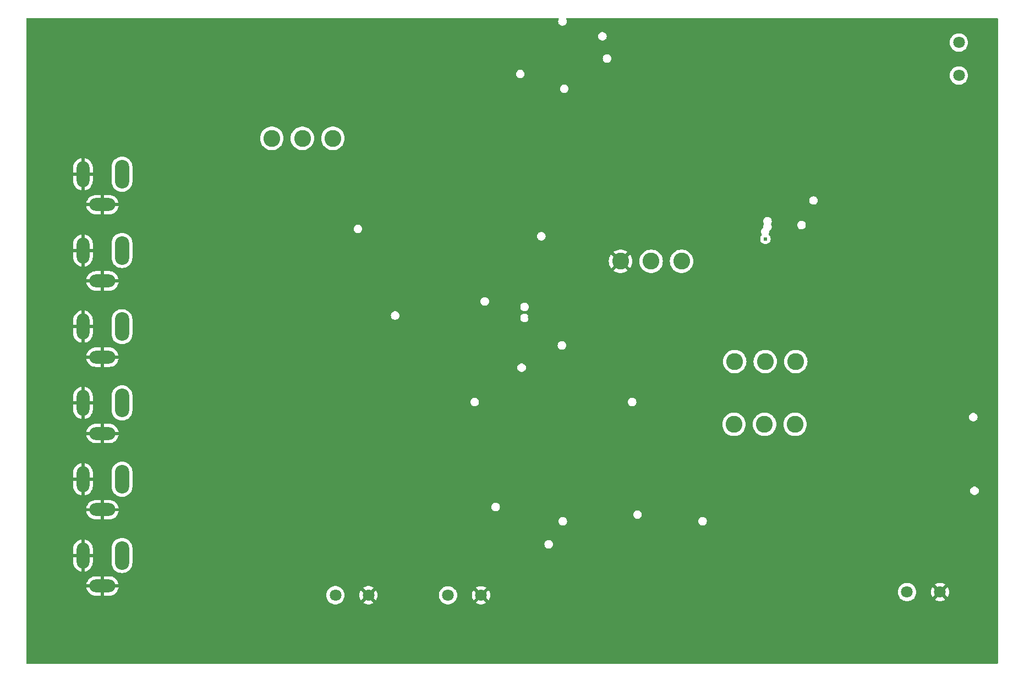
<source format=gbr>
%TF.GenerationSoftware,KiCad,Pcbnew,7.0.6-0*%
%TF.CreationDate,2024-04-05T07:01:27-03:00*%
%TF.ProjectId,Buoy,42756f79-2e6b-4696-9361-645f70636258,rev?*%
%TF.SameCoordinates,Original*%
%TF.FileFunction,Copper,L2,Inr*%
%TF.FilePolarity,Positive*%
%FSLAX46Y46*%
G04 Gerber Fmt 4.6, Leading zero omitted, Abs format (unit mm)*
G04 Created by KiCad (PCBNEW 7.0.6-0) date 2024-04-05 07:01:27*
%MOMM*%
%LPD*%
G01*
G04 APERTURE LIST*
%TA.AperFunction,ComponentPad*%
%ADD10C,2.600000*%
%TD*%
%TA.AperFunction,ComponentPad*%
%ADD11C,1.803400*%
%TD*%
%TA.AperFunction,ComponentPad*%
%ADD12O,2.200000X4.400000*%
%TD*%
%TA.AperFunction,ComponentPad*%
%ADD13O,2.000000X4.000000*%
%TD*%
%TA.AperFunction,ComponentPad*%
%ADD14O,4.000000X2.000000*%
%TD*%
%TA.AperFunction,ViaPad*%
%ADD15C,1.016000*%
%TD*%
%TA.AperFunction,ViaPad*%
%ADD16C,0.609600*%
%TD*%
%TA.AperFunction,ViaPad*%
%ADD17C,0.600000*%
%TD*%
%TA.AperFunction,ViaPad*%
%ADD18C,0.508000*%
%TD*%
G04 APERTURE END LIST*
D10*
%TO.N,/Non-Batman*%
%TO.C,SW4*%
X185440000Y-93180000D03*
%TO.N,/Bat_out*%
X190140000Y-93180000D03*
%TO.N,/Batman*%
X194840000Y-93180000D03*
%TD*%
%TO.N,Net-(SW2-A)*%
%TO.C,SW2*%
X177277500Y-77732500D03*
%TO.N,Net-(J14-Pin_1)*%
X172577500Y-77732500D03*
%TO.N,PGND*%
X167877500Y-77732500D03*
%TD*%
D11*
%TO.N,Net-(J7-Pin_1)*%
%TO.C,J7*%
X124003400Y-129185000D03*
%TO.N,PGND*%
X129083400Y-129185000D03*
%TD*%
D12*
%TO.N,/PV_connection*%
%TO.C,J5*%
X91161750Y-111313500D03*
D13*
%TO.N,PGND*%
X85161750Y-111313500D03*
D14*
X88161750Y-116013500D03*
%TD*%
D12*
%TO.N,/PV_connection*%
%TO.C,J2*%
X91161750Y-76063500D03*
D13*
%TO.N,PGND*%
X85161750Y-76063500D03*
D14*
X88161750Y-80763500D03*
%TD*%
D12*
%TO.N,/PV_connection*%
%TO.C,J1*%
X91161750Y-64313500D03*
D13*
%TO.N,PGND*%
X85161750Y-64313500D03*
D14*
X88161750Y-69013500D03*
%TD*%
D10*
%TO.N,/Non-Batman*%
%TO.C,SW3*%
X185330000Y-102860000D03*
%TO.N,/Bat_in*%
X190030000Y-102860000D03*
%TO.N,/Batman*%
X194730000Y-102860000D03*
%TD*%
D12*
%TO.N,/PV_connection*%
%TO.C,J3*%
X91161750Y-87813500D03*
D13*
%TO.N,PGND*%
X85161750Y-87813500D03*
D14*
X88161750Y-92513500D03*
%TD*%
D11*
%TO.N,Net-(J14-Pin_1)*%
%TO.C,J14*%
X219940000Y-49120000D03*
%TO.N,/Bat_in*%
X219940000Y-44040000D03*
%TD*%
D12*
%TO.N,/PV_connection*%
%TO.C,J4*%
X91161750Y-99563500D03*
D13*
%TO.N,PGND*%
X85161750Y-99563500D03*
D14*
X88161750Y-104263500D03*
%TD*%
D12*
%TO.N,/PV_connection*%
%TO.C,J6*%
X91161750Y-123063500D03*
D13*
%TO.N,PGND*%
X85161750Y-123063500D03*
D14*
X88161750Y-127763500D03*
%TD*%
D11*
%TO.N,/Bat_out*%
%TO.C,J8*%
X211963400Y-128705000D03*
%TO.N,PGND*%
X217043400Y-128705000D03*
%TD*%
D10*
%TO.N,unconnected-(SW1-A-Pad1)*%
%TO.C,SW1*%
X114220000Y-58800000D03*
%TO.N,/V_solar_in*%
X118920000Y-58800000D03*
%TO.N,/V_solar_out*%
X123620000Y-58800000D03*
%TD*%
D11*
%TO.N,/3.4V*%
%TO.C,J11*%
X141322693Y-129185707D03*
%TO.N,PGND*%
X146402693Y-129185707D03*
%TD*%
D15*
%TO.N,PGND*%
X150120000Y-95160000D03*
D16*
X150860000Y-85240000D03*
X157420000Y-115510000D03*
X149980000Y-85230000D03*
D15*
X175106000Y-104410000D03*
D16*
X124667500Y-77660000D03*
D15*
X210100000Y-99050000D03*
X150820000Y-93780000D03*
D17*
X143105000Y-90550000D03*
D15*
X151760000Y-95160000D03*
D16*
X127460000Y-77550000D03*
D15*
X152660000Y-76400000D03*
X206337500Y-57315000D03*
X104621750Y-91523500D03*
D16*
X149960000Y-85940000D03*
D15*
X200770000Y-122540000D03*
X196290000Y-82750000D03*
D16*
X150860000Y-85950000D03*
D15*
X172502000Y-104410000D03*
D16*
X194017500Y-74875000D03*
D15*
X194630000Y-71360000D03*
X171200000Y-104410000D03*
X118146750Y-86293500D03*
X104581750Y-127093500D03*
X104611750Y-81473500D03*
X195415000Y-122355000D03*
D16*
X157420000Y-117110000D03*
D15*
X209550000Y-103175000D03*
X150890000Y-90550000D03*
X157800000Y-82990000D03*
X198020000Y-122190000D03*
D16*
X132810000Y-111920000D03*
D15*
X207840000Y-116790000D03*
D18*
X137210000Y-97860000D03*
D15*
X157380000Y-92820000D03*
X104461750Y-68713500D03*
X193830000Y-119730000D03*
X104531750Y-104173500D03*
D16*
X138672500Y-89230000D03*
D15*
X104071750Y-115653500D03*
X154095000Y-86297500D03*
X157390000Y-91590000D03*
D16*
X163270000Y-119360000D03*
D15*
X184705000Y-80957500D03*
X198590000Y-61380000D03*
X188720000Y-80580000D03*
X180620000Y-124360000D03*
X176408000Y-104410000D03*
X192060000Y-82460000D03*
X177710000Y-104410000D03*
D16*
X136490000Y-120355000D03*
D15*
X173804000Y-104410000D03*
X188555000Y-69230000D03*
X181900000Y-61640000D03*
D16*
X129220000Y-120192250D03*
X157430000Y-116330000D03*
D15*
X150890000Y-92160000D03*
D16*
X175490000Y-67820000D03*
D15*
X157800000Y-81880000D03*
D16*
X164590000Y-119340000D03*
D15*
X148100000Y-76280000D03*
X150820000Y-89020000D03*
D16*
%TO.N,Net-(J10-Pin_5)*%
X190170000Y-74285000D03*
%TD*%
%TA.AperFunction,Conductor*%
%TO.N,PGND*%
G36*
X158342932Y-40270185D02*
G01*
X158388687Y-40322989D01*
X158398631Y-40392147D01*
X158377943Y-40444940D01*
X158357641Y-40474351D01*
X158301415Y-40622603D01*
X158282305Y-40779999D01*
X158301415Y-40937396D01*
X158341893Y-41044126D01*
X158357640Y-41085646D01*
X158447708Y-41216132D01*
X158566387Y-41321272D01*
X158566389Y-41321273D01*
X158566393Y-41321276D01*
X158706776Y-41394955D01*
X158706778Y-41394956D01*
X158860724Y-41432900D01*
X159019276Y-41432900D01*
X159173222Y-41394956D01*
X159256475Y-41351260D01*
X159313606Y-41321276D01*
X159313607Y-41321274D01*
X159313613Y-41321272D01*
X159432292Y-41216132D01*
X159522360Y-41085646D01*
X159578584Y-40937397D01*
X159597695Y-40780000D01*
X159578584Y-40622603D01*
X159522360Y-40474354D01*
X159502057Y-40444940D01*
X159480174Y-40378586D01*
X159497639Y-40310934D01*
X159548907Y-40263464D01*
X159604107Y-40250500D01*
X225825500Y-40250500D01*
X225892539Y-40270185D01*
X225938294Y-40322989D01*
X225949500Y-40374500D01*
X225949500Y-139625500D01*
X225929815Y-139692539D01*
X225877011Y-139738294D01*
X225825500Y-139749500D01*
X76574500Y-139749500D01*
X76507461Y-139729815D01*
X76461706Y-139677011D01*
X76450500Y-139625500D01*
X76450500Y-127513499D01*
X85682726Y-127513499D01*
X85682728Y-127513500D01*
X86728064Y-127513500D01*
X86702257Y-127553656D01*
X86661750Y-127691611D01*
X86661750Y-127835389D01*
X86702257Y-127973344D01*
X86728064Y-128013500D01*
X85682727Y-128013500D01*
X85702666Y-128132992D01*
X85783380Y-128368103D01*
X85783385Y-128368114D01*
X85901692Y-128586728D01*
X85901698Y-128586737D01*
X86054376Y-128782897D01*
X86054385Y-128782907D01*
X86237272Y-128951267D01*
X86237271Y-128951267D01*
X86445382Y-129087232D01*
X86673032Y-129187087D01*
X86914011Y-129248112D01*
X86914019Y-129248114D01*
X87099709Y-129263500D01*
X87911750Y-129263500D01*
X87911750Y-128263500D01*
X88411750Y-128263500D01*
X88411750Y-129263500D01*
X89223791Y-129263500D01*
X89409480Y-129248114D01*
X89409488Y-129248112D01*
X89650467Y-129187087D01*
X89655214Y-129185005D01*
X122596394Y-129185005D01*
X122615583Y-129416582D01*
X122672629Y-129641854D01*
X122765975Y-129854662D01*
X122856383Y-129993040D01*
X122893075Y-130049201D01*
X123050461Y-130220168D01*
X123050464Y-130220170D01*
X123050467Y-130220173D01*
X123233832Y-130362892D01*
X123233838Y-130362896D01*
X123233841Y-130362898D01*
X123438212Y-130473499D01*
X123658000Y-130548952D01*
X123887210Y-130587200D01*
X124119590Y-130587200D01*
X124348800Y-130548952D01*
X124568588Y-130473499D01*
X124772959Y-130362898D01*
X124773503Y-130362475D01*
X124955428Y-130220877D01*
X124956339Y-130220168D01*
X125113725Y-130049201D01*
X125240825Y-129854661D01*
X125334171Y-129641854D01*
X125391216Y-129416586D01*
X125405176Y-129248114D01*
X125410406Y-129185005D01*
X127676896Y-129185005D01*
X127696078Y-129416499D01*
X127753104Y-129641691D01*
X127846415Y-129854418D01*
X127930984Y-129983861D01*
X128482677Y-129432168D01*
X128492685Y-129462969D01*
X128580372Y-129601141D01*
X128699666Y-129713165D01*
X128834604Y-129787348D01*
X128283389Y-130338562D01*
X128283390Y-130338563D01*
X128314112Y-130362475D01*
X128314118Y-130362480D01*
X128518407Y-130473035D01*
X128518417Y-130473040D01*
X128738121Y-130548464D01*
X128967253Y-130586700D01*
X129199547Y-130586700D01*
X129428678Y-130548464D01*
X129648382Y-130473040D01*
X129648387Y-130473038D01*
X129852688Y-130362475D01*
X129883408Y-130338563D01*
X129883408Y-130338562D01*
X129329162Y-129784315D01*
X129397912Y-129757095D01*
X129530305Y-129660906D01*
X129634618Y-129534813D01*
X129683303Y-129431350D01*
X130235814Y-129983861D01*
X130320380Y-129854425D01*
X130320385Y-129854417D01*
X130413695Y-129641691D01*
X130470721Y-129416499D01*
X130489845Y-129185712D01*
X139915687Y-129185712D01*
X139934876Y-129417289D01*
X139991922Y-129642561D01*
X140085268Y-129855369D01*
X140103254Y-129882898D01*
X140212368Y-130049908D01*
X140369754Y-130220875D01*
X140369757Y-130220877D01*
X140369760Y-130220880D01*
X140553125Y-130363599D01*
X140553131Y-130363603D01*
X140553134Y-130363605D01*
X140757505Y-130474206D01*
X140962114Y-130544448D01*
X140975233Y-130548952D01*
X140977293Y-130549659D01*
X141206503Y-130587907D01*
X141438883Y-130587907D01*
X141668093Y-130549659D01*
X141887881Y-130474206D01*
X142092252Y-130363605D01*
X142092796Y-130363182D01*
X142153831Y-130315676D01*
X142275632Y-130220875D01*
X142433018Y-130049908D01*
X142560118Y-129855368D01*
X142653464Y-129642561D01*
X142710509Y-129417293D01*
X142724528Y-129248112D01*
X142729699Y-129185712D01*
X144996189Y-129185712D01*
X145015371Y-129417206D01*
X145072397Y-129642398D01*
X145165708Y-129855125D01*
X145250277Y-129984568D01*
X145801970Y-129432875D01*
X145811978Y-129463676D01*
X145899665Y-129601848D01*
X146018959Y-129713872D01*
X146153897Y-129788055D01*
X145602682Y-130339269D01*
X145602683Y-130339270D01*
X145633405Y-130363182D01*
X145633411Y-130363187D01*
X145837700Y-130473742D01*
X145837710Y-130473747D01*
X146057414Y-130549171D01*
X146286546Y-130587407D01*
X146518840Y-130587407D01*
X146747971Y-130549171D01*
X146967675Y-130473747D01*
X146967680Y-130473745D01*
X147171981Y-130363182D01*
X147202701Y-130339270D01*
X147202701Y-130339269D01*
X146648455Y-129785022D01*
X146717205Y-129757802D01*
X146849598Y-129661613D01*
X146953911Y-129535520D01*
X147002596Y-129432057D01*
X147555107Y-129984568D01*
X147639673Y-129855132D01*
X147639678Y-129855124D01*
X147732988Y-129642398D01*
X147790014Y-129417206D01*
X147809197Y-129185712D01*
X147809197Y-129185701D01*
X147790014Y-128954207D01*
X147732988Y-128729015D01*
X147722456Y-128705005D01*
X210556393Y-128705005D01*
X210575583Y-128936582D01*
X210632629Y-129161854D01*
X210725975Y-129374662D01*
X210833513Y-129539260D01*
X210853075Y-129569201D01*
X211010461Y-129740168D01*
X211010464Y-129740170D01*
X211010467Y-129740173D01*
X211193832Y-129882892D01*
X211193838Y-129882896D01*
X211193841Y-129882898D01*
X211398212Y-129993499D01*
X211618000Y-130068952D01*
X211847210Y-130107200D01*
X212079590Y-130107200D01*
X212308800Y-130068952D01*
X212528588Y-129993499D01*
X212732959Y-129882898D01*
X212733503Y-129882475D01*
X212849741Y-129792003D01*
X212916339Y-129740168D01*
X213073725Y-129569201D01*
X213200825Y-129374661D01*
X213294171Y-129161854D01*
X213351216Y-128936586D01*
X213360269Y-128827332D01*
X213370406Y-128705005D01*
X215636896Y-128705005D01*
X215656078Y-128936499D01*
X215713104Y-129161691D01*
X215806415Y-129374418D01*
X215890984Y-129503861D01*
X216442677Y-128952168D01*
X216452685Y-128982969D01*
X216540372Y-129121141D01*
X216659666Y-129233165D01*
X216794604Y-129307348D01*
X216243389Y-129858562D01*
X216243390Y-129858563D01*
X216274112Y-129882475D01*
X216274118Y-129882480D01*
X216478407Y-129993035D01*
X216478417Y-129993040D01*
X216698121Y-130068464D01*
X216927253Y-130106700D01*
X217159547Y-130106700D01*
X217388678Y-130068464D01*
X217608382Y-129993040D01*
X217608387Y-129993038D01*
X217812688Y-129882475D01*
X217843408Y-129858563D01*
X217843408Y-129858562D01*
X217289162Y-129304315D01*
X217357912Y-129277095D01*
X217490305Y-129180906D01*
X217594618Y-129054813D01*
X217643303Y-128951350D01*
X218195814Y-129503861D01*
X218280380Y-129374425D01*
X218280385Y-129374417D01*
X218373695Y-129161691D01*
X218430721Y-128936499D01*
X218449904Y-128705005D01*
X218449904Y-128704994D01*
X218430721Y-128473500D01*
X218373695Y-128248308D01*
X218280382Y-128035576D01*
X218195814Y-127906137D01*
X217644121Y-128457829D01*
X217634115Y-128427031D01*
X217546428Y-128288859D01*
X217427134Y-128176835D01*
X217292195Y-128102651D01*
X217843409Y-127551436D01*
X217843409Y-127551435D01*
X217812686Y-127527523D01*
X217812681Y-127527519D01*
X217608392Y-127416964D01*
X217608382Y-127416959D01*
X217388678Y-127341535D01*
X217159547Y-127303300D01*
X216927253Y-127303300D01*
X216698121Y-127341535D01*
X216478417Y-127416959D01*
X216478407Y-127416964D01*
X216274117Y-127527520D01*
X216274106Y-127527527D01*
X216243390Y-127551434D01*
X216243390Y-127551436D01*
X216797638Y-128105684D01*
X216728888Y-128132905D01*
X216596495Y-128229094D01*
X216492182Y-128355187D01*
X216443496Y-128458649D01*
X215890984Y-127906137D01*
X215806416Y-128035578D01*
X215713104Y-128248308D01*
X215656078Y-128473500D01*
X215636896Y-128704994D01*
X215636896Y-128705005D01*
X213370406Y-128705005D01*
X213370406Y-128704994D01*
X213351216Y-128473417D01*
X213351216Y-128473414D01*
X213294171Y-128248146D01*
X213200825Y-128035339D01*
X213198736Y-128032142D01*
X213116413Y-127906137D01*
X213073725Y-127840799D01*
X212916339Y-127669832D01*
X212916334Y-127669828D01*
X212916332Y-127669826D01*
X212732967Y-127527107D01*
X212732961Y-127527103D01*
X212528588Y-127416501D01*
X212528580Y-127416498D01*
X212308802Y-127341048D01*
X212079590Y-127302800D01*
X211847210Y-127302800D01*
X211617997Y-127341048D01*
X211398219Y-127416498D01*
X211398211Y-127416501D01*
X211193838Y-127527103D01*
X211193832Y-127527107D01*
X211010467Y-127669826D01*
X211010464Y-127669829D01*
X210853076Y-127840797D01*
X210853073Y-127840801D01*
X210725975Y-128035337D01*
X210632629Y-128248145D01*
X210575583Y-128473417D01*
X210556393Y-128704994D01*
X210556393Y-128705005D01*
X147722456Y-128705005D01*
X147639675Y-128516283D01*
X147555107Y-128386844D01*
X147003414Y-128938536D01*
X146993408Y-128907738D01*
X146905721Y-128769566D01*
X146786427Y-128657542D01*
X146651488Y-128583358D01*
X147202702Y-128032143D01*
X147202702Y-128032142D01*
X147171979Y-128008230D01*
X147171974Y-128008226D01*
X146967685Y-127897671D01*
X146967675Y-127897666D01*
X146747971Y-127822242D01*
X146518840Y-127784007D01*
X146286546Y-127784007D01*
X146057414Y-127822242D01*
X145837710Y-127897666D01*
X145837700Y-127897671D01*
X145633410Y-128008227D01*
X145633399Y-128008234D01*
X145602683Y-128032141D01*
X145602683Y-128032143D01*
X146156931Y-128586391D01*
X146088181Y-128613612D01*
X145955788Y-128709801D01*
X145851475Y-128835894D01*
X145802789Y-128939356D01*
X145250277Y-128386844D01*
X145165709Y-128516285D01*
X145072397Y-128729015D01*
X145015371Y-128954207D01*
X144996189Y-129185701D01*
X144996189Y-129185712D01*
X142729699Y-129185712D01*
X142729699Y-129185701D01*
X142710509Y-128954124D01*
X142710509Y-128954121D01*
X142653464Y-128728853D01*
X142560118Y-128516046D01*
X142559812Y-128515578D01*
X142463469Y-128368114D01*
X142433018Y-128321506D01*
X142275632Y-128150539D01*
X142275627Y-128150535D01*
X142275625Y-128150533D01*
X142092260Y-128007814D01*
X142092254Y-128007810D01*
X141887881Y-127897208D01*
X141887873Y-127897205D01*
X141668095Y-127821755D01*
X141438883Y-127783507D01*
X141206503Y-127783507D01*
X140977290Y-127821755D01*
X140757512Y-127897205D01*
X140757504Y-127897208D01*
X140553131Y-128007810D01*
X140553125Y-128007814D01*
X140369760Y-128150533D01*
X140369757Y-128150536D01*
X140212369Y-128321504D01*
X140212366Y-128321508D01*
X140085268Y-128516044D01*
X139991922Y-128728852D01*
X139934876Y-128954124D01*
X139915687Y-129185701D01*
X139915687Y-129185712D01*
X130489845Y-129185712D01*
X130489904Y-129185005D01*
X130489904Y-129184994D01*
X130470721Y-128953500D01*
X130413695Y-128728308D01*
X130320382Y-128515576D01*
X130235814Y-128386137D01*
X129684121Y-128937829D01*
X129674115Y-128907031D01*
X129586428Y-128768859D01*
X129467134Y-128656835D01*
X129332195Y-128582651D01*
X129883409Y-128031436D01*
X129883409Y-128031435D01*
X129852686Y-128007523D01*
X129852681Y-128007519D01*
X129648392Y-127896964D01*
X129648382Y-127896959D01*
X129428678Y-127821535D01*
X129199547Y-127783300D01*
X128967253Y-127783300D01*
X128738121Y-127821535D01*
X128518417Y-127896959D01*
X128518407Y-127896964D01*
X128314117Y-128007520D01*
X128314106Y-128007527D01*
X128283390Y-128031434D01*
X128283390Y-128031436D01*
X128837638Y-128585684D01*
X128768888Y-128612905D01*
X128636495Y-128709094D01*
X128532182Y-128835187D01*
X128483496Y-128938649D01*
X127930984Y-128386137D01*
X127846416Y-128515578D01*
X127753104Y-128728308D01*
X127696078Y-128953500D01*
X127676896Y-129184994D01*
X127676896Y-129185005D01*
X125410406Y-129185005D01*
X125410406Y-129184994D01*
X125397612Y-129030609D01*
X125391216Y-128953414D01*
X125334171Y-128728146D01*
X125240825Y-128515339D01*
X125113725Y-128320799D01*
X124956339Y-128149832D01*
X124956334Y-128149828D01*
X124956332Y-128149826D01*
X124772967Y-128007107D01*
X124772961Y-128007103D01*
X124568588Y-127896501D01*
X124568580Y-127896498D01*
X124348802Y-127821048D01*
X124119590Y-127782800D01*
X123887210Y-127782800D01*
X123657997Y-127821048D01*
X123438219Y-127896498D01*
X123438211Y-127896501D01*
X123233838Y-128007103D01*
X123233832Y-128007107D01*
X123050467Y-128149826D01*
X123050464Y-128149829D01*
X122893076Y-128320797D01*
X122893073Y-128320801D01*
X122765975Y-128515337D01*
X122672629Y-128728145D01*
X122615583Y-128953417D01*
X122596394Y-129184994D01*
X122596394Y-129185005D01*
X89655214Y-129185005D01*
X89878117Y-129087232D01*
X90086228Y-128951267D01*
X90269114Y-128782907D01*
X90269123Y-128782897D01*
X90421801Y-128586737D01*
X90421807Y-128586728D01*
X90540114Y-128368114D01*
X90540119Y-128368103D01*
X90620833Y-128132992D01*
X90640773Y-128013500D01*
X89595436Y-128013500D01*
X89621243Y-127973344D01*
X89661750Y-127835389D01*
X89661750Y-127691611D01*
X89621243Y-127553656D01*
X89595436Y-127513500D01*
X90640772Y-127513500D01*
X90640773Y-127513499D01*
X90620833Y-127394007D01*
X90540119Y-127158896D01*
X90540114Y-127158885D01*
X90421807Y-126940271D01*
X90421801Y-126940262D01*
X90269123Y-126744102D01*
X90269114Y-126744092D01*
X90086227Y-126575732D01*
X90086228Y-126575732D01*
X89878117Y-126439767D01*
X89650467Y-126339912D01*
X89409488Y-126278887D01*
X89409480Y-126278885D01*
X89223791Y-126263500D01*
X88411750Y-126263500D01*
X88411750Y-127263500D01*
X87911750Y-127263500D01*
X87911750Y-126263500D01*
X87099709Y-126263500D01*
X86914019Y-126278885D01*
X86914011Y-126278887D01*
X86673032Y-126339912D01*
X86445382Y-126439767D01*
X86237271Y-126575732D01*
X86054385Y-126744092D01*
X86054376Y-126744102D01*
X85901698Y-126940262D01*
X85901692Y-126940271D01*
X85783385Y-127158885D01*
X85783380Y-127158896D01*
X85702666Y-127394007D01*
X85682726Y-127513499D01*
X76450500Y-127513499D01*
X76450500Y-124125541D01*
X83661750Y-124125541D01*
X83677135Y-124311230D01*
X83677137Y-124311238D01*
X83738162Y-124552217D01*
X83838017Y-124779867D01*
X83973982Y-124987978D01*
X84142342Y-125170864D01*
X84142352Y-125170873D01*
X84338512Y-125323551D01*
X84338521Y-125323557D01*
X84557135Y-125441864D01*
X84557146Y-125441869D01*
X84792257Y-125522583D01*
X84911749Y-125542523D01*
X84911750Y-125542522D01*
X84911750Y-124497186D01*
X84951906Y-124522993D01*
X85089861Y-124563500D01*
X85233639Y-124563500D01*
X85371594Y-124522993D01*
X85411750Y-124497186D01*
X85411750Y-125542523D01*
X85531242Y-125522583D01*
X85766353Y-125441869D01*
X85766364Y-125441864D01*
X85984978Y-125323557D01*
X85984987Y-125323551D01*
X86181147Y-125170873D01*
X86181157Y-125170864D01*
X86349517Y-124987978D01*
X86485482Y-124779867D01*
X86585337Y-124552217D01*
X86646362Y-124311238D01*
X86646364Y-124311230D01*
X86653394Y-124226384D01*
X89561250Y-124226384D01*
X89576067Y-124414650D01*
X89634876Y-124659610D01*
X89731283Y-124892359D01*
X89862910Y-125107153D01*
X89862911Y-125107156D01*
X89862914Y-125107159D01*
X90026526Y-125298724D01*
X90174816Y-125425375D01*
X90218093Y-125462338D01*
X90218096Y-125462339D01*
X90432890Y-125593966D01*
X90665638Y-125690373D01*
X90665639Y-125690373D01*
X90910602Y-125749183D01*
X91161750Y-125768949D01*
X91412898Y-125749183D01*
X91657861Y-125690373D01*
X91890609Y-125593966D01*
X92105409Y-125462336D01*
X92296974Y-125298724D01*
X92460586Y-125107159D01*
X92592216Y-124892359D01*
X92688623Y-124659611D01*
X92747433Y-124414648D01*
X92762250Y-124226382D01*
X92762250Y-121900618D01*
X92747433Y-121712352D01*
X92688623Y-121467389D01*
X92631715Y-121330000D01*
X156162305Y-121330000D01*
X156181415Y-121487396D01*
X156237641Y-121635648D01*
X156290584Y-121712349D01*
X156327708Y-121766132D01*
X156446387Y-121871272D01*
X156446389Y-121871273D01*
X156446393Y-121871276D01*
X156586776Y-121944955D01*
X156586778Y-121944956D01*
X156740724Y-121982900D01*
X156899276Y-121982900D01*
X157053222Y-121944956D01*
X157137704Y-121900616D01*
X157193606Y-121871276D01*
X157193607Y-121871274D01*
X157193613Y-121871272D01*
X157312292Y-121766132D01*
X157402360Y-121635646D01*
X157458584Y-121487397D01*
X157477695Y-121330000D01*
X157458584Y-121172603D01*
X157402360Y-121024354D01*
X157312292Y-120893868D01*
X157193613Y-120788728D01*
X157193611Y-120788727D01*
X157193610Y-120788726D01*
X157193606Y-120788723D01*
X157053223Y-120715044D01*
X156899276Y-120677100D01*
X156740724Y-120677100D01*
X156586776Y-120715044D01*
X156446393Y-120788723D01*
X156446389Y-120788726D01*
X156327707Y-120893868D01*
X156237641Y-121024351D01*
X156181415Y-121172603D01*
X156162305Y-121330000D01*
X92631715Y-121330000D01*
X92592216Y-121234641D01*
X92592216Y-121234640D01*
X92460589Y-121019846D01*
X92460588Y-121019843D01*
X92406168Y-120956126D01*
X92296974Y-120828276D01*
X92164396Y-120715044D01*
X92105406Y-120664661D01*
X92105403Y-120664660D01*
X91890609Y-120533033D01*
X91657860Y-120436626D01*
X91412901Y-120377817D01*
X91224537Y-120362992D01*
X91161750Y-120358051D01*
X91161749Y-120358051D01*
X90910598Y-120377817D01*
X90665639Y-120436626D01*
X90432890Y-120533033D01*
X90218096Y-120664660D01*
X90218093Y-120664661D01*
X90026526Y-120828276D01*
X89862911Y-121019843D01*
X89862910Y-121019846D01*
X89731283Y-121234640D01*
X89634876Y-121467389D01*
X89576067Y-121712349D01*
X89561250Y-121900616D01*
X89561250Y-124226384D01*
X86653394Y-124226384D01*
X86661750Y-124125541D01*
X86661750Y-123313500D01*
X85661750Y-123313500D01*
X85661750Y-122813500D01*
X86661749Y-122813500D01*
X86661750Y-122001459D01*
X86646364Y-121815769D01*
X86646362Y-121815761D01*
X86585337Y-121574782D01*
X86485482Y-121347132D01*
X86349517Y-121139021D01*
X86181157Y-120956135D01*
X86181147Y-120956126D01*
X85984987Y-120803448D01*
X85984978Y-120803442D01*
X85766364Y-120685135D01*
X85766353Y-120685130D01*
X85531242Y-120604416D01*
X85411750Y-120584476D01*
X85411750Y-121629813D01*
X85371594Y-121604007D01*
X85233639Y-121563500D01*
X85089861Y-121563500D01*
X84951906Y-121604007D01*
X84911750Y-121629813D01*
X84911750Y-120584476D01*
X84911749Y-120584476D01*
X84792257Y-120604416D01*
X84557146Y-120685130D01*
X84557135Y-120685135D01*
X84338521Y-120803442D01*
X84338512Y-120803448D01*
X84142352Y-120956126D01*
X84142342Y-120956135D01*
X83973982Y-121139021D01*
X83838017Y-121347132D01*
X83738162Y-121574782D01*
X83677137Y-121815761D01*
X83677135Y-121815769D01*
X83661750Y-122001459D01*
X83661750Y-122813500D01*
X84661750Y-122813500D01*
X84661750Y-123313500D01*
X83661750Y-123313500D01*
X83661750Y-124125541D01*
X76450500Y-124125541D01*
X76450500Y-117799999D01*
X158332305Y-117799999D01*
X158351415Y-117957396D01*
X158407641Y-118105648D01*
X158482177Y-118213632D01*
X158497708Y-118236132D01*
X158616387Y-118341272D01*
X158616389Y-118341273D01*
X158616393Y-118341276D01*
X158713908Y-118392456D01*
X158756778Y-118414956D01*
X158910724Y-118452900D01*
X159069276Y-118452900D01*
X159223222Y-118414956D01*
X159306475Y-118371260D01*
X159363606Y-118341276D01*
X159363607Y-118341274D01*
X159363613Y-118341272D01*
X159482292Y-118236132D01*
X159572360Y-118105646D01*
X159628584Y-117957397D01*
X159647695Y-117800000D01*
X159644963Y-117777499D01*
X179836569Y-117777499D01*
X179855679Y-117934896D01*
X179911905Y-118083148D01*
X179927436Y-118105648D01*
X180001972Y-118213632D01*
X180120651Y-118318772D01*
X180120653Y-118318773D01*
X180120657Y-118318776D01*
X180261040Y-118392455D01*
X180261042Y-118392456D01*
X180414988Y-118430400D01*
X180573540Y-118430400D01*
X180727486Y-118392456D01*
X180825006Y-118341273D01*
X180867870Y-118318776D01*
X180867871Y-118318774D01*
X180867877Y-118318772D01*
X180986556Y-118213632D01*
X181076624Y-118083146D01*
X181132848Y-117934897D01*
X181151959Y-117777500D01*
X181132848Y-117620103D01*
X181076624Y-117471854D01*
X180986556Y-117341368D01*
X180867877Y-117236228D01*
X180867875Y-117236227D01*
X180867874Y-117236226D01*
X180867870Y-117236223D01*
X180727487Y-117162544D01*
X180573540Y-117124600D01*
X180414988Y-117124600D01*
X180261040Y-117162544D01*
X180120657Y-117236223D01*
X180120653Y-117236226D01*
X180001971Y-117341368D01*
X179911905Y-117471851D01*
X179855679Y-117620103D01*
X179836569Y-117777499D01*
X159644963Y-117777499D01*
X159628584Y-117642603D01*
X159572360Y-117494354D01*
X159489945Y-117374956D01*
X159482292Y-117363868D01*
X159482291Y-117363867D01*
X159363613Y-117258728D01*
X159363611Y-117258727D01*
X159363610Y-117258726D01*
X159363606Y-117258723D01*
X159223223Y-117185044D01*
X159069276Y-117147100D01*
X158910724Y-117147100D01*
X158756776Y-117185044D01*
X158616393Y-117258723D01*
X158616389Y-117258726D01*
X158497707Y-117363868D01*
X158407641Y-117494351D01*
X158351415Y-117642603D01*
X158332305Y-117799999D01*
X76450500Y-117799999D01*
X76450500Y-115763499D01*
X85682726Y-115763499D01*
X85682728Y-115763500D01*
X86728064Y-115763500D01*
X86702257Y-115803656D01*
X86661750Y-115941611D01*
X86661750Y-116085389D01*
X86702257Y-116223344D01*
X86728064Y-116263500D01*
X85682727Y-116263500D01*
X85702666Y-116382992D01*
X85783380Y-116618103D01*
X85783385Y-116618114D01*
X85901692Y-116836728D01*
X85901698Y-116836737D01*
X86054376Y-117032897D01*
X86054385Y-117032907D01*
X86237272Y-117201267D01*
X86237271Y-117201267D01*
X86445382Y-117337232D01*
X86673032Y-117437087D01*
X86914011Y-117498112D01*
X86914019Y-117498114D01*
X87099709Y-117513500D01*
X87911750Y-117513500D01*
X87911750Y-116513500D01*
X88411750Y-116513500D01*
X88411750Y-117513500D01*
X89223791Y-117513500D01*
X89409480Y-117498114D01*
X89409488Y-117498112D01*
X89650467Y-117437087D01*
X89878117Y-117337232D01*
X90086228Y-117201267D01*
X90269114Y-117032907D01*
X90269123Y-117032897D01*
X90421801Y-116836737D01*
X90421807Y-116836728D01*
X90463330Y-116759999D01*
X169832305Y-116759999D01*
X169851415Y-116917396D01*
X169907641Y-117065648D01*
X169997707Y-117196131D01*
X169997708Y-117196132D01*
X170116387Y-117301272D01*
X170116389Y-117301273D01*
X170116393Y-117301276D01*
X170192782Y-117341368D01*
X170256778Y-117374956D01*
X170410724Y-117412900D01*
X170569276Y-117412900D01*
X170723222Y-117374956D01*
X170806475Y-117331260D01*
X170863606Y-117301276D01*
X170863607Y-117301274D01*
X170863613Y-117301272D01*
X170982292Y-117196132D01*
X171072360Y-117065646D01*
X171128584Y-116917397D01*
X171147695Y-116760000D01*
X171128584Y-116602603D01*
X171072360Y-116454354D01*
X170982292Y-116323868D01*
X170863613Y-116218728D01*
X170863611Y-116218727D01*
X170863610Y-116218726D01*
X170863606Y-116218723D01*
X170723223Y-116145044D01*
X170569276Y-116107100D01*
X170410724Y-116107100D01*
X170256776Y-116145044D01*
X170116393Y-116218723D01*
X170116389Y-116218726D01*
X169997707Y-116323868D01*
X169907641Y-116454351D01*
X169851415Y-116602603D01*
X169832305Y-116759999D01*
X90463330Y-116759999D01*
X90540114Y-116618114D01*
X90540119Y-116618103D01*
X90620833Y-116382992D01*
X90640773Y-116263500D01*
X89595436Y-116263500D01*
X89621243Y-116223344D01*
X89661750Y-116085389D01*
X89661750Y-115941611D01*
X89621243Y-115803656D01*
X89595436Y-115763500D01*
X90640772Y-115763500D01*
X90640773Y-115763499D01*
X90620833Y-115644007D01*
X90602292Y-115590000D01*
X148002305Y-115590000D01*
X148021415Y-115747396D01*
X148027523Y-115763500D01*
X148077640Y-115895646D01*
X148167708Y-116026132D01*
X148286387Y-116131272D01*
X148286389Y-116131273D01*
X148286393Y-116131276D01*
X148426776Y-116204955D01*
X148426778Y-116204956D01*
X148580724Y-116242900D01*
X148739276Y-116242900D01*
X148893222Y-116204956D01*
X149007373Y-116145044D01*
X149033606Y-116131276D01*
X149033607Y-116131274D01*
X149033613Y-116131272D01*
X149152292Y-116026132D01*
X149242360Y-115895646D01*
X149298584Y-115747397D01*
X149317695Y-115590000D01*
X149298584Y-115432603D01*
X149242360Y-115284354D01*
X149152292Y-115153868D01*
X149033613Y-115048728D01*
X149033611Y-115048727D01*
X149033610Y-115048726D01*
X149033606Y-115048723D01*
X148893223Y-114975044D01*
X148739276Y-114937100D01*
X148580724Y-114937100D01*
X148426776Y-114975044D01*
X148286393Y-115048723D01*
X148286389Y-115048726D01*
X148167707Y-115153868D01*
X148077641Y-115284351D01*
X148021415Y-115432603D01*
X148002305Y-115590000D01*
X90602292Y-115590000D01*
X90540119Y-115408896D01*
X90540114Y-115408885D01*
X90421807Y-115190271D01*
X90421801Y-115190262D01*
X90269123Y-114994102D01*
X90269114Y-114994092D01*
X90086227Y-114825732D01*
X90086228Y-114825732D01*
X89878117Y-114689767D01*
X89650467Y-114589912D01*
X89409488Y-114528887D01*
X89409480Y-114528885D01*
X89223791Y-114513500D01*
X88411750Y-114513500D01*
X88411750Y-115513500D01*
X87911750Y-115513500D01*
X87911750Y-114513500D01*
X87099709Y-114513500D01*
X86914019Y-114528885D01*
X86914011Y-114528887D01*
X86673032Y-114589912D01*
X86445382Y-114689767D01*
X86237271Y-114825732D01*
X86054385Y-114994092D01*
X86054376Y-114994102D01*
X85901698Y-115190262D01*
X85901692Y-115190271D01*
X85783385Y-115408885D01*
X85783380Y-115408896D01*
X85702666Y-115644007D01*
X85682726Y-115763499D01*
X76450500Y-115763499D01*
X76450500Y-112375541D01*
X83661750Y-112375541D01*
X83677135Y-112561230D01*
X83677137Y-112561238D01*
X83738162Y-112802217D01*
X83838017Y-113029867D01*
X83973982Y-113237978D01*
X84142342Y-113420864D01*
X84142352Y-113420873D01*
X84338512Y-113573551D01*
X84338521Y-113573557D01*
X84557135Y-113691864D01*
X84557146Y-113691869D01*
X84792257Y-113772583D01*
X84911749Y-113792523D01*
X84911750Y-113792522D01*
X84911750Y-112747186D01*
X84951906Y-112772993D01*
X85089861Y-112813500D01*
X85233639Y-112813500D01*
X85371594Y-112772993D01*
X85411750Y-112747186D01*
X85411750Y-113792523D01*
X85531242Y-113772583D01*
X85766353Y-113691869D01*
X85766364Y-113691864D01*
X85984978Y-113573557D01*
X85984987Y-113573551D01*
X86181147Y-113420873D01*
X86181157Y-113420864D01*
X86349517Y-113237978D01*
X86485482Y-113029867D01*
X86585337Y-112802217D01*
X86646362Y-112561238D01*
X86646364Y-112561230D01*
X86653394Y-112476384D01*
X89561250Y-112476384D01*
X89576067Y-112664650D01*
X89634876Y-112909610D01*
X89731283Y-113142359D01*
X89862910Y-113357153D01*
X89862911Y-113357156D01*
X89862914Y-113357159D01*
X90026526Y-113548724D01*
X90123182Y-113631276D01*
X90218093Y-113712338D01*
X90218096Y-113712339D01*
X90432890Y-113843966D01*
X90665638Y-113940373D01*
X90665639Y-113940373D01*
X90910602Y-113999183D01*
X91161750Y-114018949D01*
X91412898Y-113999183D01*
X91657861Y-113940373D01*
X91890609Y-113843966D01*
X92105409Y-113712336D01*
X92296974Y-113548724D01*
X92460586Y-113357159D01*
X92592216Y-113142359D01*
X92613904Y-113090000D01*
X221682305Y-113090000D01*
X221701415Y-113247396D01*
X221757641Y-113395648D01*
X221775053Y-113420873D01*
X221847708Y-113526132D01*
X221966387Y-113631272D01*
X221966389Y-113631273D01*
X221966393Y-113631276D01*
X222081843Y-113691869D01*
X222106778Y-113704956D01*
X222260724Y-113742900D01*
X222419276Y-113742900D01*
X222573222Y-113704956D01*
X222656475Y-113661260D01*
X222713606Y-113631276D01*
X222713607Y-113631274D01*
X222713613Y-113631272D01*
X222832292Y-113526132D01*
X222922360Y-113395646D01*
X222978584Y-113247397D01*
X222997695Y-113090000D01*
X222978584Y-112932603D01*
X222922360Y-112784354D01*
X222832292Y-112653868D01*
X222713613Y-112548728D01*
X222713611Y-112548727D01*
X222713610Y-112548726D01*
X222713606Y-112548723D01*
X222573223Y-112475044D01*
X222419276Y-112437100D01*
X222260724Y-112437100D01*
X222106776Y-112475044D01*
X221966393Y-112548723D01*
X221966389Y-112548726D01*
X221847707Y-112653868D01*
X221757641Y-112784351D01*
X221701415Y-112932603D01*
X221682305Y-113090000D01*
X92613904Y-113090000D01*
X92688623Y-112909611D01*
X92747433Y-112664648D01*
X92762250Y-112476382D01*
X92762250Y-110150618D01*
X92747433Y-109962352D01*
X92688623Y-109717389D01*
X92592216Y-109484641D01*
X92592216Y-109484640D01*
X92460589Y-109269846D01*
X92460588Y-109269843D01*
X92406168Y-109206126D01*
X92296974Y-109078276D01*
X92170321Y-108970104D01*
X92105406Y-108914661D01*
X92105403Y-108914660D01*
X91890609Y-108783033D01*
X91657860Y-108686626D01*
X91412901Y-108627817D01*
X91224537Y-108612992D01*
X91161750Y-108608051D01*
X91161749Y-108608051D01*
X90910598Y-108627817D01*
X90665639Y-108686626D01*
X90432890Y-108783033D01*
X90218096Y-108914660D01*
X90218093Y-108914661D01*
X90026526Y-109078276D01*
X89862911Y-109269843D01*
X89862910Y-109269846D01*
X89731283Y-109484640D01*
X89634876Y-109717389D01*
X89576067Y-109962349D01*
X89561250Y-110150616D01*
X89561250Y-112476384D01*
X86653394Y-112476384D01*
X86661750Y-112375541D01*
X86661750Y-111563500D01*
X85661750Y-111563500D01*
X85661750Y-111063500D01*
X86661749Y-111063500D01*
X86661750Y-110251459D01*
X86646364Y-110065769D01*
X86646362Y-110065761D01*
X86585337Y-109824782D01*
X86485482Y-109597132D01*
X86349517Y-109389021D01*
X86181157Y-109206135D01*
X86181147Y-109206126D01*
X85984987Y-109053448D01*
X85984978Y-109053442D01*
X85766364Y-108935135D01*
X85766353Y-108935130D01*
X85531242Y-108854416D01*
X85411750Y-108834476D01*
X85411750Y-109879813D01*
X85371594Y-109854007D01*
X85233639Y-109813500D01*
X85089861Y-109813500D01*
X84951906Y-109854007D01*
X84911750Y-109879813D01*
X84911750Y-108834476D01*
X84911749Y-108834476D01*
X84792257Y-108854416D01*
X84557146Y-108935130D01*
X84557135Y-108935135D01*
X84338521Y-109053442D01*
X84338512Y-109053448D01*
X84142352Y-109206126D01*
X84142342Y-109206135D01*
X83973982Y-109389021D01*
X83838017Y-109597132D01*
X83738162Y-109824782D01*
X83677137Y-110065761D01*
X83677135Y-110065769D01*
X83661750Y-110251459D01*
X83661750Y-111063500D01*
X84661750Y-111063500D01*
X84661750Y-111563500D01*
X83661750Y-111563500D01*
X83661750Y-112375541D01*
X76450500Y-112375541D01*
X76450500Y-104013499D01*
X85682726Y-104013499D01*
X85682728Y-104013500D01*
X86728064Y-104013500D01*
X86702257Y-104053656D01*
X86661750Y-104191611D01*
X86661750Y-104335389D01*
X86702257Y-104473344D01*
X86728064Y-104513500D01*
X85682727Y-104513500D01*
X85702666Y-104632992D01*
X85783380Y-104868103D01*
X85783385Y-104868114D01*
X85901692Y-105086728D01*
X85901698Y-105086737D01*
X86054376Y-105282897D01*
X86054385Y-105282907D01*
X86237272Y-105451267D01*
X86237271Y-105451267D01*
X86445382Y-105587232D01*
X86673032Y-105687087D01*
X86914011Y-105748112D01*
X86914019Y-105748114D01*
X87099709Y-105763500D01*
X87911750Y-105763500D01*
X87911750Y-104763500D01*
X88411750Y-104763500D01*
X88411750Y-105763500D01*
X89223791Y-105763500D01*
X89409480Y-105748114D01*
X89409488Y-105748112D01*
X89650467Y-105687087D01*
X89878117Y-105587232D01*
X90086228Y-105451267D01*
X90269114Y-105282907D01*
X90269123Y-105282897D01*
X90421801Y-105086737D01*
X90421807Y-105086728D01*
X90540114Y-104868114D01*
X90540119Y-104868103D01*
X90620833Y-104632992D01*
X90640773Y-104513500D01*
X89595436Y-104513500D01*
X89621243Y-104473344D01*
X89661750Y-104335389D01*
X89661750Y-104191611D01*
X89621243Y-104053656D01*
X89595436Y-104013500D01*
X90640772Y-104013500D01*
X90640773Y-104013499D01*
X90620833Y-103894007D01*
X90540119Y-103658896D01*
X90540114Y-103658885D01*
X90421807Y-103440271D01*
X90421801Y-103440262D01*
X90269123Y-103244102D01*
X90269114Y-103244092D01*
X90086227Y-103075732D01*
X90086228Y-103075732D01*
X89878117Y-102939767D01*
X89696273Y-102860004D01*
X183524451Y-102860004D01*
X183544616Y-103129101D01*
X183604664Y-103392188D01*
X183604666Y-103392195D01*
X183703257Y-103643398D01*
X183838185Y-103877102D01*
X183946959Y-104013500D01*
X184006442Y-104088089D01*
X184193183Y-104261358D01*
X184204259Y-104271635D01*
X184427226Y-104423651D01*
X184670359Y-104540738D01*
X184928228Y-104620280D01*
X184928229Y-104620280D01*
X184928232Y-104620281D01*
X185195063Y-104660499D01*
X185195068Y-104660499D01*
X185195071Y-104660500D01*
X185195072Y-104660500D01*
X185464928Y-104660500D01*
X185464929Y-104660500D01*
X185464936Y-104660499D01*
X185731767Y-104620281D01*
X185731768Y-104620280D01*
X185731772Y-104620280D01*
X185989641Y-104540738D01*
X186232775Y-104423651D01*
X186455741Y-104271635D01*
X186653561Y-104088085D01*
X186821815Y-103877102D01*
X186956743Y-103643398D01*
X187055334Y-103392195D01*
X187115383Y-103129103D01*
X187122104Y-103039401D01*
X187135549Y-102860004D01*
X188224451Y-102860004D01*
X188244616Y-103129101D01*
X188304664Y-103392188D01*
X188304666Y-103392195D01*
X188403257Y-103643398D01*
X188538185Y-103877102D01*
X188646959Y-104013500D01*
X188706442Y-104088089D01*
X188893183Y-104261358D01*
X188904259Y-104271635D01*
X189127226Y-104423651D01*
X189370359Y-104540738D01*
X189628228Y-104620280D01*
X189628229Y-104620280D01*
X189628232Y-104620281D01*
X189895063Y-104660499D01*
X189895068Y-104660499D01*
X189895071Y-104660500D01*
X189895072Y-104660500D01*
X190164928Y-104660500D01*
X190164929Y-104660500D01*
X190164936Y-104660499D01*
X190431767Y-104620281D01*
X190431768Y-104620280D01*
X190431772Y-104620280D01*
X190689641Y-104540738D01*
X190932775Y-104423651D01*
X191155741Y-104271635D01*
X191353561Y-104088085D01*
X191521815Y-103877102D01*
X191656743Y-103643398D01*
X191755334Y-103392195D01*
X191815383Y-103129103D01*
X191822104Y-103039401D01*
X191835549Y-102860004D01*
X192924451Y-102860004D01*
X192944616Y-103129101D01*
X193004664Y-103392188D01*
X193004666Y-103392195D01*
X193103257Y-103643398D01*
X193238185Y-103877102D01*
X193346959Y-104013500D01*
X193406442Y-104088089D01*
X193593183Y-104261358D01*
X193604259Y-104271635D01*
X193827226Y-104423651D01*
X194070359Y-104540738D01*
X194328228Y-104620280D01*
X194328229Y-104620280D01*
X194328232Y-104620281D01*
X194595063Y-104660499D01*
X194595068Y-104660499D01*
X194595071Y-104660500D01*
X194595072Y-104660500D01*
X194864928Y-104660500D01*
X194864929Y-104660500D01*
X194864936Y-104660499D01*
X195131767Y-104620281D01*
X195131768Y-104620280D01*
X195131772Y-104620280D01*
X195389641Y-104540738D01*
X195632775Y-104423651D01*
X195855741Y-104271635D01*
X196053561Y-104088085D01*
X196221815Y-103877102D01*
X196356743Y-103643398D01*
X196455334Y-103392195D01*
X196515383Y-103129103D01*
X196522104Y-103039402D01*
X196535549Y-102860004D01*
X196535549Y-102859995D01*
X196515383Y-102590898D01*
X196515383Y-102590897D01*
X196455334Y-102327805D01*
X196356743Y-102076602D01*
X196221815Y-101842898D01*
X196139756Y-101740000D01*
X221502305Y-101740000D01*
X221521415Y-101897396D01*
X221561893Y-102004126D01*
X221577640Y-102045646D01*
X221667708Y-102176132D01*
X221786387Y-102281272D01*
X221786389Y-102281273D01*
X221786393Y-102281276D01*
X221875058Y-102327811D01*
X221926778Y-102354956D01*
X222080724Y-102392900D01*
X222239276Y-102392900D01*
X222393222Y-102354956D01*
X222476475Y-102311260D01*
X222533606Y-102281276D01*
X222533607Y-102281274D01*
X222533613Y-102281272D01*
X222652292Y-102176132D01*
X222742360Y-102045646D01*
X222798584Y-101897397D01*
X222817695Y-101740000D01*
X222798584Y-101582603D01*
X222742360Y-101434354D01*
X222652292Y-101303868D01*
X222533613Y-101198728D01*
X222533611Y-101198727D01*
X222533610Y-101198726D01*
X222533606Y-101198723D01*
X222393223Y-101125044D01*
X222239276Y-101087100D01*
X222080724Y-101087100D01*
X221926776Y-101125044D01*
X221786393Y-101198723D01*
X221786389Y-101198726D01*
X221667707Y-101303868D01*
X221577641Y-101434351D01*
X221521415Y-101582603D01*
X221502305Y-101740000D01*
X196139756Y-101740000D01*
X196053561Y-101631915D01*
X196053560Y-101631914D01*
X196053557Y-101631910D01*
X195855741Y-101448365D01*
X195773595Y-101392359D01*
X195632775Y-101296349D01*
X195632769Y-101296346D01*
X195632768Y-101296345D01*
X195632767Y-101296344D01*
X195389643Y-101179263D01*
X195389645Y-101179263D01*
X195131773Y-101099720D01*
X195131767Y-101099718D01*
X194864936Y-101059500D01*
X194864929Y-101059500D01*
X194595071Y-101059500D01*
X194595063Y-101059500D01*
X194328232Y-101099718D01*
X194328226Y-101099720D01*
X194070358Y-101179262D01*
X193827230Y-101296346D01*
X193604258Y-101448365D01*
X193406442Y-101631910D01*
X193238185Y-101842898D01*
X193103258Y-102076599D01*
X193103256Y-102076603D01*
X193004666Y-102327804D01*
X193004664Y-102327811D01*
X192944616Y-102590898D01*
X192924451Y-102859995D01*
X192924451Y-102860004D01*
X191835549Y-102860004D01*
X191835549Y-102859995D01*
X191815383Y-102590898D01*
X191815383Y-102590897D01*
X191755334Y-102327805D01*
X191656743Y-102076602D01*
X191521815Y-101842898D01*
X191353561Y-101631915D01*
X191353560Y-101631914D01*
X191353557Y-101631910D01*
X191155741Y-101448365D01*
X191073595Y-101392359D01*
X190932775Y-101296349D01*
X190932769Y-101296346D01*
X190932768Y-101296345D01*
X190932767Y-101296344D01*
X190689643Y-101179263D01*
X190689645Y-101179263D01*
X190431773Y-101099720D01*
X190431767Y-101099718D01*
X190164936Y-101059500D01*
X190164929Y-101059500D01*
X189895071Y-101059500D01*
X189895063Y-101059500D01*
X189628232Y-101099718D01*
X189628226Y-101099720D01*
X189370358Y-101179262D01*
X189127230Y-101296346D01*
X188904258Y-101448365D01*
X188706442Y-101631910D01*
X188538185Y-101842898D01*
X188403258Y-102076599D01*
X188403256Y-102076603D01*
X188304666Y-102327804D01*
X188304664Y-102327811D01*
X188244616Y-102590898D01*
X188224451Y-102859995D01*
X188224451Y-102860004D01*
X187135549Y-102860004D01*
X187135549Y-102859995D01*
X187115383Y-102590898D01*
X187115383Y-102590897D01*
X187055334Y-102327805D01*
X186956743Y-102076602D01*
X186821815Y-101842898D01*
X186653561Y-101631915D01*
X186653560Y-101631914D01*
X186653557Y-101631910D01*
X186455741Y-101448365D01*
X186373595Y-101392359D01*
X186232775Y-101296349D01*
X186232769Y-101296346D01*
X186232768Y-101296345D01*
X186232767Y-101296344D01*
X185989643Y-101179263D01*
X185989645Y-101179263D01*
X185731773Y-101099720D01*
X185731767Y-101099718D01*
X185464936Y-101059500D01*
X185464929Y-101059500D01*
X185195071Y-101059500D01*
X185195063Y-101059500D01*
X184928232Y-101099718D01*
X184928226Y-101099720D01*
X184670358Y-101179262D01*
X184427230Y-101296346D01*
X184204258Y-101448365D01*
X184006442Y-101631910D01*
X183838185Y-101842898D01*
X183703258Y-102076599D01*
X183703256Y-102076603D01*
X183604666Y-102327804D01*
X183604664Y-102327811D01*
X183544616Y-102590898D01*
X183524451Y-102859995D01*
X183524451Y-102860004D01*
X89696273Y-102860004D01*
X89650467Y-102839912D01*
X89409488Y-102778887D01*
X89409480Y-102778885D01*
X89223791Y-102763500D01*
X88411750Y-102763500D01*
X88411750Y-103763500D01*
X87911750Y-103763500D01*
X87911750Y-102763500D01*
X87099709Y-102763500D01*
X86914019Y-102778885D01*
X86914011Y-102778887D01*
X86673032Y-102839912D01*
X86445382Y-102939767D01*
X86237271Y-103075732D01*
X86054385Y-103244092D01*
X86054376Y-103244102D01*
X85901698Y-103440262D01*
X85901692Y-103440271D01*
X85783385Y-103658885D01*
X85783380Y-103658896D01*
X85702666Y-103894007D01*
X85682726Y-104013499D01*
X76450500Y-104013499D01*
X76450500Y-100625541D01*
X83661750Y-100625541D01*
X83677135Y-100811230D01*
X83677137Y-100811238D01*
X83738162Y-101052217D01*
X83838017Y-101279867D01*
X83973982Y-101487978D01*
X84142342Y-101670864D01*
X84142352Y-101670873D01*
X84338512Y-101823551D01*
X84338521Y-101823557D01*
X84557135Y-101941864D01*
X84557146Y-101941869D01*
X84792257Y-102022583D01*
X84911749Y-102042523D01*
X84911750Y-102042522D01*
X84911750Y-100997186D01*
X84951906Y-101022993D01*
X85089861Y-101063500D01*
X85233639Y-101063500D01*
X85371594Y-101022993D01*
X85411750Y-100997186D01*
X85411750Y-102042523D01*
X85531242Y-102022583D01*
X85766353Y-101941869D01*
X85766364Y-101941864D01*
X85984978Y-101823557D01*
X85984987Y-101823551D01*
X86181147Y-101670873D01*
X86181157Y-101670864D01*
X86349517Y-101487978D01*
X86485482Y-101279867D01*
X86585337Y-101052217D01*
X86646362Y-100811238D01*
X86646364Y-100811230D01*
X86653394Y-100726384D01*
X89561250Y-100726384D01*
X89576067Y-100914650D01*
X89634876Y-101159610D01*
X89731283Y-101392359D01*
X89862910Y-101607153D01*
X89862911Y-101607156D01*
X89917323Y-101670864D01*
X90026526Y-101798724D01*
X90142056Y-101897396D01*
X90218093Y-101962338D01*
X90218096Y-101962339D01*
X90432890Y-102093966D01*
X90631258Y-102176132D01*
X90665639Y-102190373D01*
X90910602Y-102249183D01*
X91161750Y-102268949D01*
X91412898Y-102249183D01*
X91657861Y-102190373D01*
X91890609Y-102093966D01*
X92105409Y-101962336D01*
X92296974Y-101798724D01*
X92460586Y-101607159D01*
X92592216Y-101392359D01*
X92688623Y-101159611D01*
X92747433Y-100914648D01*
X92762250Y-100726382D01*
X92762250Y-99430000D01*
X144772305Y-99430000D01*
X144791415Y-99587396D01*
X144847641Y-99735648D01*
X144937707Y-99866131D01*
X144937708Y-99866132D01*
X145056387Y-99971272D01*
X145056389Y-99971273D01*
X145056393Y-99971276D01*
X145196776Y-100044955D01*
X145196778Y-100044956D01*
X145350724Y-100082900D01*
X145509276Y-100082900D01*
X145663222Y-100044956D01*
X145746475Y-100001260D01*
X145803606Y-99971276D01*
X145803607Y-99971274D01*
X145803613Y-99971272D01*
X145922292Y-99866132D01*
X146012360Y-99735646D01*
X146068584Y-99587397D01*
X146087695Y-99430000D01*
X169002305Y-99430000D01*
X169021415Y-99587396D01*
X169077641Y-99735648D01*
X169167707Y-99866131D01*
X169167708Y-99866132D01*
X169286387Y-99971272D01*
X169286389Y-99971273D01*
X169286393Y-99971276D01*
X169426776Y-100044955D01*
X169426778Y-100044956D01*
X169580724Y-100082900D01*
X169739276Y-100082900D01*
X169893222Y-100044956D01*
X169976475Y-100001260D01*
X170033606Y-99971276D01*
X170033607Y-99971274D01*
X170033613Y-99971272D01*
X170152292Y-99866132D01*
X170242360Y-99735646D01*
X170298584Y-99587397D01*
X170317695Y-99430000D01*
X170298584Y-99272603D01*
X170242360Y-99124354D01*
X170152292Y-98993868D01*
X170033613Y-98888728D01*
X170033611Y-98888727D01*
X170033610Y-98888726D01*
X170033606Y-98888723D01*
X169893223Y-98815044D01*
X169739276Y-98777100D01*
X169580724Y-98777100D01*
X169426776Y-98815044D01*
X169286393Y-98888723D01*
X169286389Y-98888726D01*
X169167707Y-98993868D01*
X169077641Y-99124351D01*
X169021415Y-99272603D01*
X169002305Y-99430000D01*
X146087695Y-99430000D01*
X146068584Y-99272603D01*
X146012360Y-99124354D01*
X145922292Y-98993868D01*
X145803613Y-98888728D01*
X145803611Y-98888727D01*
X145803610Y-98888726D01*
X145803606Y-98888723D01*
X145663223Y-98815044D01*
X145509276Y-98777100D01*
X145350724Y-98777100D01*
X145196776Y-98815044D01*
X145056393Y-98888723D01*
X145056389Y-98888726D01*
X144937707Y-98993868D01*
X144847641Y-99124351D01*
X144791415Y-99272603D01*
X144772305Y-99430000D01*
X92762250Y-99430000D01*
X92762250Y-98400618D01*
X92747433Y-98212352D01*
X92688623Y-97967389D01*
X92592216Y-97734641D01*
X92592216Y-97734640D01*
X92460589Y-97519846D01*
X92460588Y-97519843D01*
X92406168Y-97456126D01*
X92296974Y-97328276D01*
X92170321Y-97220104D01*
X92105406Y-97164661D01*
X92105403Y-97164660D01*
X91890609Y-97033033D01*
X91657860Y-96936626D01*
X91412901Y-96877817D01*
X91224537Y-96862992D01*
X91161750Y-96858051D01*
X91161749Y-96858051D01*
X90910598Y-96877817D01*
X90665639Y-96936626D01*
X90432890Y-97033033D01*
X90218096Y-97164660D01*
X90218093Y-97164661D01*
X90026526Y-97328276D01*
X89862911Y-97519843D01*
X89862910Y-97519846D01*
X89731283Y-97734640D01*
X89634876Y-97967389D01*
X89576067Y-98212349D01*
X89561250Y-98400616D01*
X89561250Y-100726384D01*
X86653394Y-100726384D01*
X86661750Y-100625541D01*
X86661750Y-99813500D01*
X85661750Y-99813500D01*
X85661750Y-99313500D01*
X86661749Y-99313500D01*
X86661750Y-98501459D01*
X86646364Y-98315769D01*
X86646362Y-98315761D01*
X86585337Y-98074782D01*
X86485482Y-97847132D01*
X86349517Y-97639021D01*
X86181157Y-97456135D01*
X86181147Y-97456126D01*
X85984987Y-97303448D01*
X85984978Y-97303442D01*
X85766364Y-97185135D01*
X85766353Y-97185130D01*
X85531242Y-97104416D01*
X85411750Y-97084476D01*
X85411750Y-98129813D01*
X85371594Y-98104007D01*
X85233639Y-98063500D01*
X85089861Y-98063500D01*
X84951906Y-98104007D01*
X84911750Y-98129813D01*
X84911750Y-97084476D01*
X84911749Y-97084476D01*
X84792257Y-97104416D01*
X84557146Y-97185130D01*
X84557135Y-97185135D01*
X84338521Y-97303442D01*
X84338512Y-97303448D01*
X84142352Y-97456126D01*
X84142342Y-97456135D01*
X83973982Y-97639021D01*
X83838017Y-97847132D01*
X83738162Y-98074782D01*
X83677137Y-98315761D01*
X83677135Y-98315769D01*
X83661750Y-98501459D01*
X83661750Y-99313500D01*
X84661750Y-99313500D01*
X84661750Y-99813500D01*
X83661750Y-99813500D01*
X83661750Y-100625541D01*
X76450500Y-100625541D01*
X76450500Y-94134999D01*
X151997305Y-94134999D01*
X152016415Y-94292396D01*
X152056893Y-94399126D01*
X152072640Y-94440646D01*
X152162708Y-94571132D01*
X152281387Y-94676272D01*
X152281389Y-94676273D01*
X152281393Y-94676276D01*
X152421776Y-94749955D01*
X152421778Y-94749956D01*
X152575724Y-94787900D01*
X152734276Y-94787900D01*
X152888222Y-94749956D01*
X152971475Y-94706260D01*
X153028606Y-94676276D01*
X153028607Y-94676274D01*
X153028613Y-94676272D01*
X153147292Y-94571132D01*
X153237360Y-94440646D01*
X153293584Y-94292397D01*
X153312695Y-94135000D01*
X153293584Y-93977603D01*
X153237360Y-93829354D01*
X153147292Y-93698868D01*
X153028613Y-93593728D01*
X153028611Y-93593727D01*
X153028610Y-93593726D01*
X153028606Y-93593723D01*
X152888223Y-93520044D01*
X152734276Y-93482100D01*
X152575724Y-93482100D01*
X152421776Y-93520044D01*
X152281393Y-93593723D01*
X152281389Y-93593726D01*
X152162707Y-93698868D01*
X152072641Y-93829351D01*
X152016415Y-93977603D01*
X151997305Y-94134999D01*
X76450500Y-94134999D01*
X76450500Y-92263499D01*
X85682726Y-92263499D01*
X85682728Y-92263500D01*
X86728064Y-92263500D01*
X86702257Y-92303656D01*
X86661750Y-92441611D01*
X86661750Y-92585389D01*
X86702257Y-92723344D01*
X86728064Y-92763500D01*
X85682727Y-92763500D01*
X85702666Y-92882992D01*
X85783380Y-93118103D01*
X85783385Y-93118114D01*
X85901692Y-93336728D01*
X85901698Y-93336737D01*
X86054376Y-93532897D01*
X86054385Y-93532907D01*
X86237272Y-93701267D01*
X86237271Y-93701267D01*
X86445382Y-93837232D01*
X86673032Y-93937087D01*
X86914011Y-93998112D01*
X86914019Y-93998114D01*
X87099709Y-94013500D01*
X87911750Y-94013500D01*
X87911750Y-93013500D01*
X88411750Y-93013500D01*
X88411750Y-94013500D01*
X89223791Y-94013500D01*
X89409480Y-93998114D01*
X89409488Y-93998112D01*
X89650467Y-93937087D01*
X89878117Y-93837232D01*
X90086228Y-93701267D01*
X90269114Y-93532907D01*
X90269123Y-93532897D01*
X90421801Y-93336737D01*
X90421807Y-93336728D01*
X90506621Y-93180004D01*
X183634451Y-93180004D01*
X183654616Y-93449101D01*
X183714664Y-93712188D01*
X183714666Y-93712195D01*
X183802930Y-93937087D01*
X183813257Y-93963398D01*
X183948185Y-94197102D01*
X184024180Y-94292396D01*
X184116442Y-94408089D01*
X184292161Y-94571131D01*
X184314259Y-94591635D01*
X184537226Y-94743651D01*
X184780359Y-94860738D01*
X185038228Y-94940280D01*
X185038229Y-94940280D01*
X185038232Y-94940281D01*
X185305063Y-94980499D01*
X185305068Y-94980499D01*
X185305071Y-94980500D01*
X185305072Y-94980500D01*
X185574928Y-94980500D01*
X185574929Y-94980500D01*
X185574936Y-94980499D01*
X185841767Y-94940281D01*
X185841768Y-94940280D01*
X185841772Y-94940280D01*
X186099641Y-94860738D01*
X186342775Y-94743651D01*
X186565741Y-94591635D01*
X186763561Y-94408085D01*
X186931815Y-94197102D01*
X187066743Y-93963398D01*
X187165334Y-93712195D01*
X187225383Y-93449103D01*
X187232105Y-93359402D01*
X187245549Y-93180004D01*
X188334451Y-93180004D01*
X188354616Y-93449101D01*
X188414664Y-93712188D01*
X188414666Y-93712195D01*
X188502930Y-93937087D01*
X188513257Y-93963398D01*
X188648185Y-94197102D01*
X188724180Y-94292396D01*
X188816442Y-94408089D01*
X188992161Y-94571131D01*
X189014259Y-94591635D01*
X189237226Y-94743651D01*
X189480359Y-94860738D01*
X189738228Y-94940280D01*
X189738229Y-94940280D01*
X189738232Y-94940281D01*
X190005063Y-94980499D01*
X190005068Y-94980499D01*
X190005071Y-94980500D01*
X190005072Y-94980500D01*
X190274928Y-94980500D01*
X190274929Y-94980500D01*
X190274936Y-94980499D01*
X190541767Y-94940281D01*
X190541768Y-94940280D01*
X190541772Y-94940280D01*
X190799641Y-94860738D01*
X191042775Y-94743651D01*
X191265741Y-94591635D01*
X191463561Y-94408085D01*
X191631815Y-94197102D01*
X191766743Y-93963398D01*
X191865334Y-93712195D01*
X191925383Y-93449103D01*
X191932104Y-93359401D01*
X191945549Y-93180004D01*
X193034451Y-93180004D01*
X193054616Y-93449101D01*
X193114664Y-93712188D01*
X193114666Y-93712195D01*
X193202930Y-93937087D01*
X193213257Y-93963398D01*
X193348185Y-94197102D01*
X193424180Y-94292396D01*
X193516442Y-94408089D01*
X193692161Y-94571131D01*
X193714259Y-94591635D01*
X193937226Y-94743651D01*
X194180359Y-94860738D01*
X194438228Y-94940280D01*
X194438229Y-94940280D01*
X194438232Y-94940281D01*
X194705063Y-94980499D01*
X194705068Y-94980499D01*
X194705071Y-94980500D01*
X194705072Y-94980500D01*
X194974928Y-94980500D01*
X194974929Y-94980500D01*
X194974936Y-94980499D01*
X195241767Y-94940281D01*
X195241768Y-94940280D01*
X195241772Y-94940280D01*
X195499641Y-94860738D01*
X195742775Y-94743651D01*
X195965741Y-94591635D01*
X196163561Y-94408085D01*
X196331815Y-94197102D01*
X196466743Y-93963398D01*
X196565334Y-93712195D01*
X196625383Y-93449103D01*
X196632105Y-93359402D01*
X196645549Y-93180004D01*
X196645549Y-93179995D01*
X196625383Y-92910898D01*
X196610182Y-92844298D01*
X196565334Y-92647805D01*
X196466743Y-92396602D01*
X196331815Y-92162898D01*
X196163561Y-91951915D01*
X196163560Y-91951914D01*
X196163557Y-91951910D01*
X195965741Y-91768365D01*
X195851185Y-91690262D01*
X195742775Y-91616349D01*
X195742769Y-91616346D01*
X195742768Y-91616345D01*
X195742767Y-91616344D01*
X195499643Y-91499263D01*
X195499645Y-91499263D01*
X195241773Y-91419720D01*
X195241767Y-91419718D01*
X194974936Y-91379500D01*
X194974929Y-91379500D01*
X194705071Y-91379500D01*
X194705063Y-91379500D01*
X194438232Y-91419718D01*
X194438226Y-91419720D01*
X194180358Y-91499262D01*
X193937230Y-91616346D01*
X193714258Y-91768365D01*
X193516442Y-91951910D01*
X193348185Y-92162898D01*
X193213258Y-92396599D01*
X193213256Y-92396603D01*
X193114666Y-92647804D01*
X193114664Y-92647811D01*
X193054616Y-92910898D01*
X193034451Y-93179995D01*
X193034451Y-93180004D01*
X191945549Y-93180004D01*
X191945549Y-93179995D01*
X191925383Y-92910898D01*
X191910182Y-92844298D01*
X191865334Y-92647805D01*
X191766743Y-92396602D01*
X191631815Y-92162898D01*
X191463561Y-91951915D01*
X191463560Y-91951914D01*
X191463557Y-91951910D01*
X191265741Y-91768365D01*
X191151185Y-91690262D01*
X191042775Y-91616349D01*
X191042769Y-91616346D01*
X191042768Y-91616345D01*
X191042767Y-91616344D01*
X190799643Y-91499263D01*
X190799645Y-91499263D01*
X190541773Y-91419720D01*
X190541767Y-91419718D01*
X190274936Y-91379500D01*
X190274929Y-91379500D01*
X190005071Y-91379500D01*
X190005063Y-91379500D01*
X189738232Y-91419718D01*
X189738226Y-91419720D01*
X189480358Y-91499262D01*
X189237230Y-91616346D01*
X189014258Y-91768365D01*
X188816442Y-91951910D01*
X188648185Y-92162898D01*
X188513258Y-92396599D01*
X188513256Y-92396603D01*
X188414666Y-92647804D01*
X188414664Y-92647811D01*
X188354616Y-92910898D01*
X188334451Y-93179995D01*
X188334451Y-93180004D01*
X187245549Y-93180004D01*
X187245549Y-93179995D01*
X187225383Y-92910898D01*
X187210182Y-92844298D01*
X187165334Y-92647805D01*
X187066743Y-92396602D01*
X186931815Y-92162898D01*
X186763561Y-91951915D01*
X186763560Y-91951914D01*
X186763557Y-91951910D01*
X186565741Y-91768365D01*
X186451185Y-91690262D01*
X186342775Y-91616349D01*
X186342769Y-91616346D01*
X186342768Y-91616345D01*
X186342767Y-91616344D01*
X186099643Y-91499263D01*
X186099645Y-91499263D01*
X185841773Y-91419720D01*
X185841767Y-91419718D01*
X185574936Y-91379500D01*
X185574929Y-91379500D01*
X185305071Y-91379500D01*
X185305063Y-91379500D01*
X185038232Y-91419718D01*
X185038226Y-91419720D01*
X184780358Y-91499262D01*
X184537230Y-91616346D01*
X184314258Y-91768365D01*
X184116442Y-91951910D01*
X183948185Y-92162898D01*
X183813258Y-92396599D01*
X183813256Y-92396603D01*
X183714666Y-92647804D01*
X183714664Y-92647811D01*
X183654616Y-92910898D01*
X183634451Y-93179995D01*
X183634451Y-93180004D01*
X90506621Y-93180004D01*
X90540114Y-93118114D01*
X90540119Y-93118103D01*
X90620833Y-92882992D01*
X90640773Y-92763500D01*
X89595436Y-92763500D01*
X89621243Y-92723344D01*
X89661750Y-92585389D01*
X89661750Y-92441611D01*
X89621243Y-92303656D01*
X89595436Y-92263500D01*
X90640772Y-92263500D01*
X90640773Y-92263499D01*
X90620833Y-92144007D01*
X90540119Y-91908896D01*
X90540114Y-91908885D01*
X90421807Y-91690271D01*
X90421801Y-91690262D01*
X90269123Y-91494102D01*
X90269114Y-91494092D01*
X90086227Y-91325732D01*
X90086228Y-91325732D01*
X89878117Y-91189767D01*
X89650467Y-91089912D01*
X89409488Y-91028887D01*
X89409480Y-91028885D01*
X89223791Y-91013500D01*
X88411750Y-91013500D01*
X88411750Y-92013500D01*
X87911750Y-92013500D01*
X87911750Y-91013500D01*
X87099709Y-91013500D01*
X86914019Y-91028885D01*
X86914011Y-91028887D01*
X86673032Y-91089912D01*
X86445382Y-91189767D01*
X86237271Y-91325732D01*
X86054385Y-91494092D01*
X86054376Y-91494102D01*
X85901698Y-91690262D01*
X85901692Y-91690271D01*
X85783385Y-91908885D01*
X85783380Y-91908896D01*
X85702666Y-92144007D01*
X85682726Y-92263499D01*
X76450500Y-92263499D01*
X76450500Y-90707499D01*
X158192305Y-90707499D01*
X158211415Y-90864896D01*
X158267641Y-91013148D01*
X158357707Y-91143631D01*
X158357708Y-91143632D01*
X158476387Y-91248772D01*
X158476389Y-91248773D01*
X158476393Y-91248776D01*
X158616776Y-91322455D01*
X158616778Y-91322456D01*
X158770724Y-91360400D01*
X158929276Y-91360400D01*
X159083222Y-91322456D01*
X159166475Y-91278760D01*
X159223606Y-91248776D01*
X159223607Y-91248774D01*
X159223613Y-91248772D01*
X159342292Y-91143632D01*
X159432360Y-91013146D01*
X159488584Y-90864897D01*
X159507695Y-90707500D01*
X159488584Y-90550103D01*
X159432360Y-90401854D01*
X159342292Y-90271368D01*
X159223613Y-90166228D01*
X159223611Y-90166227D01*
X159223610Y-90166226D01*
X159223606Y-90166223D01*
X159083223Y-90092544D01*
X158929276Y-90054600D01*
X158770724Y-90054600D01*
X158616776Y-90092544D01*
X158476393Y-90166223D01*
X158476389Y-90166226D01*
X158357707Y-90271368D01*
X158267641Y-90401851D01*
X158211415Y-90550103D01*
X158192305Y-90707499D01*
X76450500Y-90707499D01*
X76450500Y-88875541D01*
X83661750Y-88875541D01*
X83677135Y-89061230D01*
X83677137Y-89061238D01*
X83738162Y-89302217D01*
X83838017Y-89529867D01*
X83973982Y-89737978D01*
X84142342Y-89920864D01*
X84142352Y-89920873D01*
X84338512Y-90073551D01*
X84338521Y-90073557D01*
X84557135Y-90191864D01*
X84557146Y-90191869D01*
X84792257Y-90272583D01*
X84911749Y-90292523D01*
X84911750Y-90292522D01*
X84911750Y-89247186D01*
X84951906Y-89272993D01*
X85089861Y-89313500D01*
X85233639Y-89313500D01*
X85371594Y-89272993D01*
X85411750Y-89247186D01*
X85411750Y-90292523D01*
X85531242Y-90272583D01*
X85766353Y-90191869D01*
X85766364Y-90191864D01*
X85984978Y-90073557D01*
X85984987Y-90073551D01*
X86181147Y-89920873D01*
X86181157Y-89920864D01*
X86349517Y-89737978D01*
X86485482Y-89529867D01*
X86585337Y-89302217D01*
X86646362Y-89061238D01*
X86646364Y-89061230D01*
X86653394Y-88976384D01*
X89561250Y-88976384D01*
X89576067Y-89164650D01*
X89634876Y-89409610D01*
X89731283Y-89642359D01*
X89862910Y-89857153D01*
X89862911Y-89857156D01*
X89862914Y-89857159D01*
X90026526Y-90048724D01*
X90174816Y-90175375D01*
X90218093Y-90212338D01*
X90218096Y-90212339D01*
X90432890Y-90343966D01*
X90665638Y-90440373D01*
X90665639Y-90440373D01*
X90910602Y-90499183D01*
X91161750Y-90518949D01*
X91412898Y-90499183D01*
X91657861Y-90440373D01*
X91890609Y-90343966D01*
X92105409Y-90212336D01*
X92296974Y-90048724D01*
X92460586Y-89857159D01*
X92592216Y-89642359D01*
X92688623Y-89409611D01*
X92747433Y-89164648D01*
X92762250Y-88976382D01*
X92762250Y-86650618D01*
X92747433Y-86462352D01*
X92688623Y-86217389D01*
X92638963Y-86097499D01*
X132537305Y-86097499D01*
X132556415Y-86254896D01*
X132582920Y-86324782D01*
X132612640Y-86403146D01*
X132702708Y-86533632D01*
X132821387Y-86638772D01*
X132821389Y-86638773D01*
X132821393Y-86638776D01*
X132961776Y-86712455D01*
X132961778Y-86712456D01*
X133115724Y-86750400D01*
X133274276Y-86750400D01*
X133428222Y-86712456D01*
X133546043Y-86650618D01*
X133568606Y-86638776D01*
X133568607Y-86638774D01*
X133568613Y-86638772D01*
X133687292Y-86533632D01*
X133726037Y-86477500D01*
X152447305Y-86477500D01*
X152466415Y-86634896D01*
X152506893Y-86741626D01*
X152522640Y-86783146D01*
X152612708Y-86913632D01*
X152731387Y-87018772D01*
X152731389Y-87018773D01*
X152731393Y-87018776D01*
X152871776Y-87092455D01*
X152871778Y-87092456D01*
X153025724Y-87130400D01*
X153184276Y-87130400D01*
X153338222Y-87092456D01*
X153421475Y-87048760D01*
X153478606Y-87018776D01*
X153478607Y-87018774D01*
X153478613Y-87018772D01*
X153597292Y-86913632D01*
X153687360Y-86783146D01*
X153743584Y-86634897D01*
X153762695Y-86477500D01*
X153743584Y-86320103D01*
X153687360Y-86171854D01*
X153597292Y-86041368D01*
X153478613Y-85936228D01*
X153478611Y-85936227D01*
X153478610Y-85936226D01*
X153478606Y-85936223D01*
X153338223Y-85862544D01*
X153184276Y-85824600D01*
X153025724Y-85824600D01*
X152871776Y-85862544D01*
X152731393Y-85936223D01*
X152731389Y-85936226D01*
X152612707Y-86041368D01*
X152522641Y-86171851D01*
X152466415Y-86320103D01*
X152447305Y-86477500D01*
X133726037Y-86477500D01*
X133777360Y-86403146D01*
X133833584Y-86254897D01*
X133852695Y-86097500D01*
X133833584Y-85940103D01*
X133777360Y-85791854D01*
X133687292Y-85661368D01*
X133568613Y-85556228D01*
X133568611Y-85556227D01*
X133568610Y-85556226D01*
X133568606Y-85556223D01*
X133428223Y-85482544D01*
X133274276Y-85444600D01*
X133115724Y-85444600D01*
X132961776Y-85482544D01*
X132821393Y-85556223D01*
X132821389Y-85556226D01*
X132702707Y-85661368D01*
X132612641Y-85791851D01*
X132556415Y-85940103D01*
X132537305Y-86097499D01*
X92638963Y-86097499D01*
X92592216Y-85984641D01*
X92592216Y-85984640D01*
X92460589Y-85769846D01*
X92460588Y-85769843D01*
X92367941Y-85661368D01*
X92296974Y-85578276D01*
X92140460Y-85444600D01*
X92105406Y-85414661D01*
X92105403Y-85414660D01*
X91890609Y-85283033D01*
X91657860Y-85186626D01*
X91412901Y-85127817D01*
X91224537Y-85112992D01*
X91161750Y-85108051D01*
X91161749Y-85108051D01*
X90910598Y-85127817D01*
X90665639Y-85186626D01*
X90432890Y-85283033D01*
X90218096Y-85414660D01*
X90218093Y-85414661D01*
X90026526Y-85578276D01*
X89862911Y-85769843D01*
X89862910Y-85769846D01*
X89731283Y-85984640D01*
X89634876Y-86217389D01*
X89576067Y-86462349D01*
X89561250Y-86650616D01*
X89561250Y-88976384D01*
X86653394Y-88976384D01*
X86661750Y-88875541D01*
X86661750Y-88063500D01*
X85661750Y-88063500D01*
X85661750Y-87563500D01*
X86661749Y-87563500D01*
X86661750Y-86751459D01*
X86646364Y-86565769D01*
X86646362Y-86565761D01*
X86585337Y-86324782D01*
X86485482Y-86097132D01*
X86349517Y-85889021D01*
X86181157Y-85706135D01*
X86181147Y-85706126D01*
X85984987Y-85553448D01*
X85984978Y-85553442D01*
X85766364Y-85435135D01*
X85766353Y-85435130D01*
X85531242Y-85354416D01*
X85411750Y-85334476D01*
X85411750Y-86379813D01*
X85371594Y-86354007D01*
X85233639Y-86313500D01*
X85089861Y-86313500D01*
X84951906Y-86354007D01*
X84911750Y-86379813D01*
X84911750Y-85334476D01*
X84911749Y-85334476D01*
X84792257Y-85354416D01*
X84557146Y-85435130D01*
X84557135Y-85435135D01*
X84338521Y-85553442D01*
X84338512Y-85553448D01*
X84142352Y-85706126D01*
X84142342Y-85706135D01*
X83973982Y-85889021D01*
X83838017Y-86097132D01*
X83738162Y-86324782D01*
X83677137Y-86565761D01*
X83677135Y-86565769D01*
X83661750Y-86751459D01*
X83661750Y-87563500D01*
X84661750Y-87563500D01*
X84661750Y-88063500D01*
X83661750Y-88063500D01*
X83661750Y-88875541D01*
X76450500Y-88875541D01*
X76450500Y-84767500D01*
X152447305Y-84767500D01*
X152466415Y-84924896D01*
X152522641Y-85073148D01*
X152600970Y-85186627D01*
X152612708Y-85203632D01*
X152731387Y-85308772D01*
X152731389Y-85308773D01*
X152731393Y-85308776D01*
X152871776Y-85382455D01*
X152871778Y-85382456D01*
X153025724Y-85420400D01*
X153184276Y-85420400D01*
X153338222Y-85382456D01*
X153429639Y-85334476D01*
X153478606Y-85308776D01*
X153478607Y-85308774D01*
X153478613Y-85308772D01*
X153597292Y-85203632D01*
X153687360Y-85073146D01*
X153743584Y-84924897D01*
X153762695Y-84767500D01*
X153743584Y-84610103D01*
X153687360Y-84461854D01*
X153597292Y-84331368D01*
X153478613Y-84226228D01*
X153478611Y-84226227D01*
X153478610Y-84226226D01*
X153478606Y-84226223D01*
X153338223Y-84152544D01*
X153184276Y-84114600D01*
X153025724Y-84114600D01*
X152871776Y-84152544D01*
X152731393Y-84226223D01*
X152731389Y-84226226D01*
X152612707Y-84331368D01*
X152522641Y-84461851D01*
X152466415Y-84610103D01*
X152447305Y-84767500D01*
X76450500Y-84767500D01*
X76450500Y-83917499D01*
X146327305Y-83917499D01*
X146346415Y-84074896D01*
X146375864Y-84152544D01*
X146402640Y-84223146D01*
X146492708Y-84353632D01*
X146611387Y-84458772D01*
X146611389Y-84458773D01*
X146611393Y-84458776D01*
X146751776Y-84532455D01*
X146751778Y-84532456D01*
X146905724Y-84570400D01*
X147064276Y-84570400D01*
X147218222Y-84532456D01*
X147352747Y-84461851D01*
X147358606Y-84458776D01*
X147358607Y-84458774D01*
X147358613Y-84458772D01*
X147477292Y-84353632D01*
X147567360Y-84223146D01*
X147623584Y-84074897D01*
X147642695Y-83917500D01*
X147623584Y-83760103D01*
X147567360Y-83611854D01*
X147477292Y-83481368D01*
X147358613Y-83376228D01*
X147358611Y-83376227D01*
X147358610Y-83376226D01*
X147358606Y-83376223D01*
X147218223Y-83302544D01*
X147064276Y-83264600D01*
X146905724Y-83264600D01*
X146751776Y-83302544D01*
X146611393Y-83376223D01*
X146611389Y-83376226D01*
X146492707Y-83481368D01*
X146402641Y-83611851D01*
X146346415Y-83760103D01*
X146327305Y-83917499D01*
X76450500Y-83917499D01*
X76450500Y-80513499D01*
X85682726Y-80513499D01*
X85682728Y-80513500D01*
X86728064Y-80513500D01*
X86702257Y-80553656D01*
X86661750Y-80691611D01*
X86661750Y-80835389D01*
X86702257Y-80973344D01*
X86728064Y-81013500D01*
X85682727Y-81013500D01*
X85702666Y-81132992D01*
X85783380Y-81368103D01*
X85783385Y-81368114D01*
X85901692Y-81586728D01*
X85901698Y-81586737D01*
X86054376Y-81782897D01*
X86054385Y-81782907D01*
X86237272Y-81951267D01*
X86237271Y-81951267D01*
X86445382Y-82087232D01*
X86673032Y-82187087D01*
X86914011Y-82248112D01*
X86914019Y-82248114D01*
X87099709Y-82263500D01*
X87911750Y-82263500D01*
X87911750Y-81263500D01*
X88411750Y-81263500D01*
X88411750Y-82263500D01*
X89223791Y-82263500D01*
X89409480Y-82248114D01*
X89409488Y-82248112D01*
X89650467Y-82187087D01*
X89878117Y-82087232D01*
X90086228Y-81951267D01*
X90269114Y-81782907D01*
X90269123Y-81782897D01*
X90421801Y-81586737D01*
X90421807Y-81586728D01*
X90540114Y-81368114D01*
X90540119Y-81368103D01*
X90620833Y-81132992D01*
X90640773Y-81013500D01*
X89595436Y-81013500D01*
X89621243Y-80973344D01*
X89661750Y-80835389D01*
X89661750Y-80691611D01*
X89621243Y-80553656D01*
X89595436Y-80513500D01*
X90640772Y-80513500D01*
X90640773Y-80513499D01*
X90620833Y-80394007D01*
X90540119Y-80158896D01*
X90540114Y-80158885D01*
X90421807Y-79940271D01*
X90421801Y-79940262D01*
X90269123Y-79744102D01*
X90269114Y-79744092D01*
X90086227Y-79575732D01*
X90086228Y-79575732D01*
X89878117Y-79439767D01*
X89650467Y-79339912D01*
X89409488Y-79278887D01*
X89409480Y-79278885D01*
X89223791Y-79263500D01*
X88411750Y-79263500D01*
X88411750Y-80263500D01*
X87911750Y-80263500D01*
X87911750Y-79263500D01*
X87099709Y-79263500D01*
X86914019Y-79278885D01*
X86914011Y-79278887D01*
X86673032Y-79339912D01*
X86445382Y-79439767D01*
X86237271Y-79575732D01*
X86054385Y-79744092D01*
X86054376Y-79744102D01*
X85901698Y-79940262D01*
X85901692Y-79940271D01*
X85783385Y-80158885D01*
X85783380Y-80158896D01*
X85702666Y-80394007D01*
X85682726Y-80513499D01*
X76450500Y-80513499D01*
X76450500Y-77125541D01*
X83661750Y-77125541D01*
X83677135Y-77311230D01*
X83677137Y-77311238D01*
X83738162Y-77552217D01*
X83838017Y-77779867D01*
X83973982Y-77987978D01*
X84142342Y-78170864D01*
X84142352Y-78170873D01*
X84338512Y-78323551D01*
X84338521Y-78323557D01*
X84557135Y-78441864D01*
X84557146Y-78441869D01*
X84792257Y-78522583D01*
X84911749Y-78542523D01*
X84911750Y-78542522D01*
X84911750Y-77497186D01*
X84951906Y-77522993D01*
X85089861Y-77563500D01*
X85233639Y-77563500D01*
X85371594Y-77522993D01*
X85411750Y-77497186D01*
X85411750Y-78542523D01*
X85531242Y-78522583D01*
X85766353Y-78441869D01*
X85766364Y-78441864D01*
X85984978Y-78323557D01*
X85984987Y-78323551D01*
X86181147Y-78170873D01*
X86181157Y-78170864D01*
X86349517Y-77987978D01*
X86485482Y-77779867D01*
X86585337Y-77552217D01*
X86646362Y-77311238D01*
X86646364Y-77311230D01*
X86653394Y-77226384D01*
X89561250Y-77226384D01*
X89576067Y-77414650D01*
X89634876Y-77659610D01*
X89731283Y-77892359D01*
X89862910Y-78107153D01*
X89862911Y-78107156D01*
X89862914Y-78107159D01*
X90026526Y-78298724D01*
X90160524Y-78413169D01*
X90218093Y-78462338D01*
X90218096Y-78462339D01*
X90432890Y-78593966D01*
X90665639Y-78690373D01*
X90910602Y-78749183D01*
X91161750Y-78768949D01*
X91412898Y-78749183D01*
X91657861Y-78690373D01*
X91890609Y-78593966D01*
X92105409Y-78462336D01*
X92296974Y-78298724D01*
X92460586Y-78107159D01*
X92592216Y-77892359D01*
X92658430Y-77732504D01*
X166072453Y-77732504D01*
X166092613Y-78001526D01*
X166092613Y-78001528D01*
X166152642Y-78264533D01*
X166152648Y-78264552D01*
X166251209Y-78515681D01*
X166251208Y-78515681D01*
X166386102Y-78749322D01*
X166439794Y-78816651D01*
X166439795Y-78816651D01*
X167126266Y-78130179D01*
X167169816Y-78212322D01*
X167289509Y-78353235D01*
X167436695Y-78465123D01*
X167478901Y-78484650D01*
X166792348Y-79171202D01*
X166974983Y-79295720D01*
X166974985Y-79295721D01*
X167218039Y-79412769D01*
X167218037Y-79412769D01*
X167475837Y-79492290D01*
X167475843Y-79492292D01*
X167742601Y-79532499D01*
X167742610Y-79532500D01*
X168012390Y-79532500D01*
X168012398Y-79532499D01*
X168279156Y-79492292D01*
X168279162Y-79492290D01*
X168536961Y-79412769D01*
X168780021Y-79295718D01*
X168962650Y-79171202D01*
X168276109Y-78484661D01*
X168394931Y-78413169D01*
X168529158Y-78286023D01*
X168632361Y-78133808D01*
X169315203Y-78816651D01*
X169315204Y-78816650D01*
X169368893Y-78749328D01*
X169368900Y-78749317D01*
X169503790Y-78515681D01*
X169602351Y-78264552D01*
X169602357Y-78264533D01*
X169662386Y-78001528D01*
X169662386Y-78001526D01*
X169682547Y-77732504D01*
X170771951Y-77732504D01*
X170792116Y-78001601D01*
X170852164Y-78264688D01*
X170852166Y-78264695D01*
X170950756Y-78515896D01*
X170950758Y-78515900D01*
X170966128Y-78542522D01*
X171085685Y-78749602D01*
X171139155Y-78816651D01*
X171253942Y-78960589D01*
X171440683Y-79133858D01*
X171451759Y-79144135D01*
X171674726Y-79296151D01*
X171917859Y-79413238D01*
X172175728Y-79492780D01*
X172175729Y-79492780D01*
X172175732Y-79492781D01*
X172442563Y-79532999D01*
X172442568Y-79532999D01*
X172442571Y-79533000D01*
X172442572Y-79533000D01*
X172712428Y-79533000D01*
X172712429Y-79533000D01*
X172712436Y-79532999D01*
X172979267Y-79492781D01*
X172979268Y-79492780D01*
X172979272Y-79492780D01*
X173237141Y-79413238D01*
X173480275Y-79296151D01*
X173703241Y-79144135D01*
X173901061Y-78960585D01*
X174069315Y-78749602D01*
X174204243Y-78515898D01*
X174302834Y-78264695D01*
X174362883Y-78001603D01*
X174372683Y-77870826D01*
X174383049Y-77732504D01*
X175471951Y-77732504D01*
X175492116Y-78001601D01*
X175552164Y-78264688D01*
X175552166Y-78264695D01*
X175650756Y-78515896D01*
X175650758Y-78515900D01*
X175666128Y-78542522D01*
X175785685Y-78749602D01*
X175839155Y-78816651D01*
X175953942Y-78960589D01*
X176140683Y-79133858D01*
X176151759Y-79144135D01*
X176374726Y-79296151D01*
X176617859Y-79413238D01*
X176875728Y-79492780D01*
X176875729Y-79492780D01*
X176875732Y-79492781D01*
X177142563Y-79532999D01*
X177142568Y-79532999D01*
X177142571Y-79533000D01*
X177142572Y-79533000D01*
X177412428Y-79533000D01*
X177412429Y-79533000D01*
X177412436Y-79532999D01*
X177679267Y-79492781D01*
X177679268Y-79492780D01*
X177679272Y-79492780D01*
X177937141Y-79413238D01*
X178180275Y-79296151D01*
X178403241Y-79144135D01*
X178601061Y-78960585D01*
X178769315Y-78749602D01*
X178904243Y-78515898D01*
X179002834Y-78264695D01*
X179062883Y-78001603D01*
X179072683Y-77870826D01*
X179083049Y-77732504D01*
X179083049Y-77732495D01*
X179062889Y-77463473D01*
X179062883Y-77463397D01*
X179002834Y-77200305D01*
X178904243Y-76949102D01*
X178769315Y-76715398D01*
X178601061Y-76504415D01*
X178601060Y-76504414D01*
X178601057Y-76504410D01*
X178403241Y-76320865D01*
X178180275Y-76168849D01*
X178180269Y-76168846D01*
X178180268Y-76168845D01*
X178180267Y-76168844D01*
X177937143Y-76051763D01*
X177937145Y-76051763D01*
X177679273Y-75972220D01*
X177679267Y-75972218D01*
X177412436Y-75932000D01*
X177412429Y-75932000D01*
X177142571Y-75932000D01*
X177142563Y-75932000D01*
X176875732Y-75972218D01*
X176875726Y-75972220D01*
X176617858Y-76051762D01*
X176374730Y-76168846D01*
X176151758Y-76320865D01*
X175953942Y-76504410D01*
X175785685Y-76715398D01*
X175650758Y-76949099D01*
X175650756Y-76949103D01*
X175552166Y-77200304D01*
X175552164Y-77200311D01*
X175492116Y-77463398D01*
X175471951Y-77732495D01*
X175471951Y-77732504D01*
X174383049Y-77732504D01*
X174383049Y-77732495D01*
X174362889Y-77463473D01*
X174362883Y-77463397D01*
X174302834Y-77200305D01*
X174204243Y-76949102D01*
X174069315Y-76715398D01*
X173901061Y-76504415D01*
X173901060Y-76504414D01*
X173901057Y-76504410D01*
X173703241Y-76320865D01*
X173480275Y-76168849D01*
X173480269Y-76168846D01*
X173480268Y-76168845D01*
X173480267Y-76168844D01*
X173237143Y-76051763D01*
X173237145Y-76051763D01*
X172979273Y-75972220D01*
X172979267Y-75972218D01*
X172712436Y-75932000D01*
X172712429Y-75932000D01*
X172442571Y-75932000D01*
X172442563Y-75932000D01*
X172175732Y-75972218D01*
X172175726Y-75972220D01*
X171917858Y-76051762D01*
X171674730Y-76168846D01*
X171451758Y-76320865D01*
X171253942Y-76504410D01*
X171085685Y-76715398D01*
X170950758Y-76949099D01*
X170950756Y-76949103D01*
X170852166Y-77200304D01*
X170852164Y-77200311D01*
X170792116Y-77463398D01*
X170771951Y-77732495D01*
X170771951Y-77732504D01*
X169682547Y-77732504D01*
X169682547Y-77732495D01*
X169662386Y-77463473D01*
X169662386Y-77463471D01*
X169602357Y-77200466D01*
X169602351Y-77200447D01*
X169503790Y-76949318D01*
X169503791Y-76949318D01*
X169368897Y-76715677D01*
X169315204Y-76648347D01*
X168628732Y-77334819D01*
X168585184Y-77252678D01*
X168465491Y-77111765D01*
X168318305Y-76999877D01*
X168276097Y-76980349D01*
X168962650Y-76293796D01*
X168780017Y-76169279D01*
X168780016Y-76169278D01*
X168536960Y-76052230D01*
X168536962Y-76052230D01*
X168279162Y-75972709D01*
X168279156Y-75972707D01*
X168012398Y-75932500D01*
X167742601Y-75932500D01*
X167475843Y-75972707D01*
X167475837Y-75972709D01*
X167218038Y-76052230D01*
X166974985Y-76169278D01*
X166974976Y-76169283D01*
X166792348Y-76293796D01*
X167478890Y-76980338D01*
X167360069Y-77051831D01*
X167225842Y-77178977D01*
X167122638Y-77331191D01*
X166439795Y-76648348D01*
X166386100Y-76715680D01*
X166251209Y-76949318D01*
X166152648Y-77200447D01*
X166152642Y-77200466D01*
X166092613Y-77463471D01*
X166092613Y-77463473D01*
X166072453Y-77732495D01*
X166072453Y-77732504D01*
X92658430Y-77732504D01*
X92688623Y-77659611D01*
X92747433Y-77414648D01*
X92762250Y-77226382D01*
X92762250Y-74900618D01*
X92747433Y-74712352D01*
X92688623Y-74467389D01*
X92687768Y-74465324D01*
X92592216Y-74234640D01*
X92460589Y-74019846D01*
X92460588Y-74019843D01*
X92386743Y-73933382D01*
X92341150Y-73879999D01*
X155032305Y-73879999D01*
X155051415Y-74037396D01*
X155107641Y-74185648D01*
X155176216Y-74284996D01*
X155197708Y-74316132D01*
X155316387Y-74421272D01*
X155316389Y-74421273D01*
X155316393Y-74421276D01*
X155400329Y-74465329D01*
X155456778Y-74494956D01*
X155610724Y-74532900D01*
X155769276Y-74532900D01*
X155923222Y-74494956D01*
X156006475Y-74451260D01*
X156063606Y-74421276D01*
X156063607Y-74421274D01*
X156063613Y-74421272D01*
X156182292Y-74316132D01*
X156203779Y-74285003D01*
X189359604Y-74285003D01*
X189379920Y-74465324D01*
X189379921Y-74465329D01*
X189439859Y-74636622D01*
X189439861Y-74636625D01*
X189536402Y-74790268D01*
X189536407Y-74790274D01*
X189664725Y-74918592D01*
X189664731Y-74918597D01*
X189818374Y-75015138D01*
X189818377Y-75015140D01*
X189818381Y-75015141D01*
X189818382Y-75015142D01*
X189854377Y-75027737D01*
X189989670Y-75075078D01*
X189989675Y-75075079D01*
X190169996Y-75095396D01*
X190170000Y-75095396D01*
X190170004Y-75095396D01*
X190350324Y-75075079D01*
X190350327Y-75075078D01*
X190350330Y-75075078D01*
X190521618Y-75015142D01*
X190521620Y-75015140D01*
X190521622Y-75015140D01*
X190521625Y-75015138D01*
X190675268Y-74918597D01*
X190675269Y-74918596D01*
X190675274Y-74918593D01*
X190803593Y-74790274D01*
X190852557Y-74712349D01*
X190900138Y-74636625D01*
X190900140Y-74636622D01*
X190900140Y-74636620D01*
X190900142Y-74636618D01*
X190960078Y-74465330D01*
X190973396Y-74347132D01*
X190980396Y-74285003D01*
X190980396Y-74284996D01*
X190960079Y-74104675D01*
X190960078Y-74104670D01*
X190930395Y-74019841D01*
X190900142Y-73933382D01*
X190900141Y-73933381D01*
X190900140Y-73933377D01*
X190900138Y-73933374D01*
X190803597Y-73779731D01*
X190803592Y-73779725D01*
X190684429Y-73660562D01*
X190650944Y-73599239D01*
X190655928Y-73529547D01*
X190670060Y-73502441D01*
X190679673Y-73488512D01*
X190702360Y-73455646D01*
X190758584Y-73307397D01*
X190777695Y-73150000D01*
X190771616Y-73099936D01*
X190783076Y-73031013D01*
X190829980Y-72979227D01*
X190837071Y-72975201D01*
X190863613Y-72961272D01*
X190982292Y-72856132D01*
X191072360Y-72725646D01*
X191128584Y-72577397D01*
X191147695Y-72420000D01*
X191128584Y-72262603D01*
X191091568Y-72165000D01*
X195069805Y-72165000D01*
X195088915Y-72322396D01*
X195125932Y-72419999D01*
X195144919Y-72470064D01*
X195145141Y-72470648D01*
X195229321Y-72592603D01*
X195235208Y-72601132D01*
X195353887Y-72706272D01*
X195353889Y-72706273D01*
X195353893Y-72706276D01*
X195437202Y-72750000D01*
X195494278Y-72779956D01*
X195648224Y-72817900D01*
X195806776Y-72817900D01*
X195960722Y-72779956D01*
X196064196Y-72725648D01*
X196101106Y-72706276D01*
X196101107Y-72706274D01*
X196101113Y-72706272D01*
X196219792Y-72601132D01*
X196309860Y-72470646D01*
X196366084Y-72322397D01*
X196385195Y-72165000D01*
X196366084Y-72007603D01*
X196309860Y-71859354D01*
X196219792Y-71728868D01*
X196101113Y-71623728D01*
X196101111Y-71623727D01*
X196101110Y-71623726D01*
X196101106Y-71623723D01*
X195960723Y-71550044D01*
X195806776Y-71512100D01*
X195648224Y-71512100D01*
X195494276Y-71550044D01*
X195353893Y-71623723D01*
X195353889Y-71623726D01*
X195235207Y-71728868D01*
X195145141Y-71859351D01*
X195088915Y-72007603D01*
X195069805Y-72165000D01*
X191091568Y-72165000D01*
X191072360Y-72114354D01*
X191072359Y-72114352D01*
X191072358Y-72114349D01*
X191038598Y-72065441D01*
X191016714Y-71999087D01*
X191034179Y-71931435D01*
X191038598Y-71924559D01*
X191072358Y-71875650D01*
X191078539Y-71859354D01*
X191128584Y-71727397D01*
X191147695Y-71570000D01*
X191128584Y-71412603D01*
X191072360Y-71264354D01*
X190982292Y-71133868D01*
X190863613Y-71028728D01*
X190863611Y-71028727D01*
X190863610Y-71028726D01*
X190863606Y-71028723D01*
X190723223Y-70955044D01*
X190569276Y-70917100D01*
X190410724Y-70917100D01*
X190256776Y-70955044D01*
X190116393Y-71028723D01*
X190116389Y-71028726D01*
X189997707Y-71133868D01*
X189907641Y-71264351D01*
X189851415Y-71412603D01*
X189832305Y-71569999D01*
X189851415Y-71727396D01*
X189879527Y-71801521D01*
X189907640Y-71875646D01*
X189907641Y-71875647D01*
X189941403Y-71924561D01*
X189963285Y-71990916D01*
X189945819Y-72058567D01*
X189941403Y-72065439D01*
X189907641Y-72114352D01*
X189851415Y-72262603D01*
X189832305Y-72419999D01*
X189832305Y-72420001D01*
X189838383Y-72470064D01*
X189826922Y-72538987D01*
X189780017Y-72590773D01*
X189772916Y-72594804D01*
X189746387Y-72608728D01*
X189627707Y-72713868D01*
X189537641Y-72844351D01*
X189481415Y-72992603D01*
X189462305Y-73149999D01*
X189481415Y-73307396D01*
X189537641Y-73455648D01*
X189610777Y-73561603D01*
X189632660Y-73627957D01*
X189615195Y-73695609D01*
X189596409Y-73719724D01*
X189536402Y-73779731D01*
X189439861Y-73933374D01*
X189439859Y-73933377D01*
X189379921Y-74104670D01*
X189379920Y-74104675D01*
X189359604Y-74284996D01*
X189359604Y-74285003D01*
X156203779Y-74285003D01*
X156272360Y-74185646D01*
X156328584Y-74037397D01*
X156347695Y-73880000D01*
X156328584Y-73722603D01*
X156272360Y-73574354D01*
X156182292Y-73443868D01*
X156063613Y-73338728D01*
X156063611Y-73338727D01*
X156063610Y-73338726D01*
X156063606Y-73338723D01*
X155923223Y-73265044D01*
X155769276Y-73227100D01*
X155610724Y-73227100D01*
X155456776Y-73265044D01*
X155316393Y-73338723D01*
X155316389Y-73338726D01*
X155197707Y-73443868D01*
X155107641Y-73574351D01*
X155051415Y-73722603D01*
X155032305Y-73879999D01*
X92341150Y-73879999D01*
X92296974Y-73828276D01*
X92141641Y-73695609D01*
X92105406Y-73664661D01*
X92105403Y-73664660D01*
X91890609Y-73533033D01*
X91657860Y-73436626D01*
X91412901Y-73377817D01*
X91224537Y-73362992D01*
X91161750Y-73358051D01*
X91161749Y-73358051D01*
X90910598Y-73377817D01*
X90665639Y-73436626D01*
X90432890Y-73533033D01*
X90218096Y-73664660D01*
X90218093Y-73664661D01*
X90026526Y-73828276D01*
X89862911Y-74019843D01*
X89862910Y-74019846D01*
X89731283Y-74234640D01*
X89634876Y-74467389D01*
X89576067Y-74712349D01*
X89561250Y-74900616D01*
X89561250Y-77226384D01*
X86653394Y-77226384D01*
X86661750Y-77125541D01*
X86661750Y-76313500D01*
X85661750Y-76313500D01*
X85661750Y-75813500D01*
X86661749Y-75813500D01*
X86661750Y-75001459D01*
X86646364Y-74815769D01*
X86646362Y-74815761D01*
X86585337Y-74574782D01*
X86485482Y-74347132D01*
X86349517Y-74139021D01*
X86181157Y-73956135D01*
X86181147Y-73956126D01*
X85984987Y-73803448D01*
X85984978Y-73803442D01*
X85766364Y-73685135D01*
X85766353Y-73685130D01*
X85531242Y-73604416D01*
X85411750Y-73584476D01*
X85411750Y-74629813D01*
X85371594Y-74604007D01*
X85233639Y-74563500D01*
X85089861Y-74563500D01*
X84951906Y-74604007D01*
X84911750Y-74629813D01*
X84911750Y-73584476D01*
X84911749Y-73584476D01*
X84792257Y-73604416D01*
X84557146Y-73685130D01*
X84557135Y-73685135D01*
X84338521Y-73803442D01*
X84338512Y-73803448D01*
X84142352Y-73956126D01*
X84142342Y-73956135D01*
X83973982Y-74139021D01*
X83838017Y-74347132D01*
X83738162Y-74574782D01*
X83677137Y-74815761D01*
X83677135Y-74815769D01*
X83661750Y-75001459D01*
X83661750Y-75813500D01*
X84661750Y-75813500D01*
X84661750Y-76313500D01*
X83661750Y-76313500D01*
X83661750Y-77125541D01*
X76450500Y-77125541D01*
X76450500Y-72750000D01*
X126812305Y-72750000D01*
X126831415Y-72907396D01*
X126858658Y-72979227D01*
X126887640Y-73055646D01*
X126977708Y-73186132D01*
X127096387Y-73291272D01*
X127096389Y-73291273D01*
X127096393Y-73291276D01*
X127186805Y-73338728D01*
X127236778Y-73364956D01*
X127390724Y-73402900D01*
X127549276Y-73402900D01*
X127703222Y-73364956D01*
X127812892Y-73307396D01*
X127843606Y-73291276D01*
X127843607Y-73291274D01*
X127843613Y-73291272D01*
X127962292Y-73186132D01*
X128052360Y-73055646D01*
X128108584Y-72907397D01*
X128127695Y-72750000D01*
X128108584Y-72592603D01*
X128052360Y-72444354D01*
X127962292Y-72313868D01*
X127843613Y-72208728D01*
X127843611Y-72208727D01*
X127843610Y-72208726D01*
X127843606Y-72208723D01*
X127703223Y-72135044D01*
X127549276Y-72097100D01*
X127390724Y-72097100D01*
X127236776Y-72135044D01*
X127096393Y-72208723D01*
X127096389Y-72208726D01*
X126977707Y-72313868D01*
X126887641Y-72444351D01*
X126831415Y-72592603D01*
X126812305Y-72750000D01*
X76450500Y-72750000D01*
X76450500Y-68763499D01*
X85682726Y-68763499D01*
X85682728Y-68763500D01*
X86728064Y-68763500D01*
X86702257Y-68803656D01*
X86661750Y-68941611D01*
X86661750Y-69085389D01*
X86702257Y-69223344D01*
X86728064Y-69263500D01*
X85682727Y-69263500D01*
X85702666Y-69382992D01*
X85783380Y-69618103D01*
X85783385Y-69618114D01*
X85901692Y-69836728D01*
X85901698Y-69836737D01*
X86054376Y-70032897D01*
X86054385Y-70032907D01*
X86237272Y-70201267D01*
X86237271Y-70201267D01*
X86445382Y-70337232D01*
X86673032Y-70437087D01*
X86914011Y-70498112D01*
X86914019Y-70498114D01*
X87099709Y-70513500D01*
X87911750Y-70513500D01*
X87911750Y-69513500D01*
X88411750Y-69513500D01*
X88411750Y-70513500D01*
X89223791Y-70513500D01*
X89409480Y-70498114D01*
X89409488Y-70498112D01*
X89650467Y-70437087D01*
X89878117Y-70337232D01*
X90086228Y-70201267D01*
X90269114Y-70032907D01*
X90269123Y-70032897D01*
X90421801Y-69836737D01*
X90421807Y-69836728D01*
X90540114Y-69618114D01*
X90540119Y-69618103D01*
X90620833Y-69382992D01*
X90640773Y-69263500D01*
X89595436Y-69263500D01*
X89621243Y-69223344D01*
X89661750Y-69085389D01*
X89661750Y-68941611D01*
X89621243Y-68803656D01*
X89595436Y-68763500D01*
X90640772Y-68763500D01*
X90640773Y-68763499D01*
X90620833Y-68644007D01*
X90540119Y-68408896D01*
X90540114Y-68408885D01*
X90519071Y-68370000D01*
X196902305Y-68370000D01*
X196921415Y-68527396D01*
X196977641Y-68675648D01*
X197038281Y-68763500D01*
X197067708Y-68806132D01*
X197186387Y-68911272D01*
X197186389Y-68911273D01*
X197186393Y-68911276D01*
X197326776Y-68984955D01*
X197326778Y-68984956D01*
X197480724Y-69022900D01*
X197639276Y-69022900D01*
X197793222Y-68984956D01*
X197876475Y-68941260D01*
X197933606Y-68911276D01*
X197933607Y-68911274D01*
X197933613Y-68911272D01*
X198052292Y-68806132D01*
X198142360Y-68675646D01*
X198198584Y-68527397D01*
X198217695Y-68370000D01*
X198198584Y-68212603D01*
X198142360Y-68064354D01*
X198052292Y-67933868D01*
X197933613Y-67828728D01*
X197933611Y-67828727D01*
X197933610Y-67828726D01*
X197933606Y-67828723D01*
X197793223Y-67755044D01*
X197639276Y-67717100D01*
X197480724Y-67717100D01*
X197326776Y-67755044D01*
X197186393Y-67828723D01*
X197186389Y-67828726D01*
X197067707Y-67933868D01*
X196977641Y-68064351D01*
X196921415Y-68212603D01*
X196902305Y-68370000D01*
X90519071Y-68370000D01*
X90421807Y-68190271D01*
X90421801Y-68190262D01*
X90269123Y-67994102D01*
X90269114Y-67994092D01*
X90086227Y-67825732D01*
X90086228Y-67825732D01*
X89878117Y-67689767D01*
X89650467Y-67589912D01*
X89409488Y-67528887D01*
X89409480Y-67528885D01*
X89223791Y-67513500D01*
X88411750Y-67513500D01*
X88411750Y-68513500D01*
X87911750Y-68513500D01*
X87911750Y-67513500D01*
X87099709Y-67513500D01*
X86914019Y-67528885D01*
X86914011Y-67528887D01*
X86673032Y-67589912D01*
X86445382Y-67689767D01*
X86237271Y-67825732D01*
X86054385Y-67994092D01*
X86054376Y-67994102D01*
X85901698Y-68190262D01*
X85901692Y-68190271D01*
X85783385Y-68408885D01*
X85783380Y-68408896D01*
X85702666Y-68644007D01*
X85682726Y-68763499D01*
X76450500Y-68763499D01*
X76450500Y-65375541D01*
X83661750Y-65375541D01*
X83677135Y-65561230D01*
X83677137Y-65561238D01*
X83738162Y-65802217D01*
X83838017Y-66029867D01*
X83973982Y-66237978D01*
X84142342Y-66420864D01*
X84142352Y-66420873D01*
X84338512Y-66573551D01*
X84338521Y-66573557D01*
X84557135Y-66691864D01*
X84557146Y-66691869D01*
X84792257Y-66772583D01*
X84911749Y-66792523D01*
X84911750Y-66792522D01*
X84911750Y-65747186D01*
X84951906Y-65772993D01*
X85089861Y-65813500D01*
X85233639Y-65813500D01*
X85371594Y-65772993D01*
X85411750Y-65747186D01*
X85411750Y-66792523D01*
X85531242Y-66772583D01*
X85766353Y-66691869D01*
X85766364Y-66691864D01*
X85984978Y-66573557D01*
X85984987Y-66573551D01*
X86181147Y-66420873D01*
X86181157Y-66420864D01*
X86349517Y-66237978D01*
X86485482Y-66029867D01*
X86585337Y-65802217D01*
X86646362Y-65561238D01*
X86646364Y-65561230D01*
X86653394Y-65476384D01*
X89561250Y-65476384D01*
X89576067Y-65664650D01*
X89634876Y-65909610D01*
X89731283Y-66142359D01*
X89862910Y-66357153D01*
X89862911Y-66357156D01*
X89862914Y-66357159D01*
X90026526Y-66548724D01*
X90174816Y-66675375D01*
X90218093Y-66712338D01*
X90218096Y-66712339D01*
X90432890Y-66843966D01*
X90665638Y-66940372D01*
X90665639Y-66940373D01*
X90910602Y-66999183D01*
X91161750Y-67018949D01*
X91412898Y-66999183D01*
X91657861Y-66940373D01*
X91890609Y-66843966D01*
X92105409Y-66712336D01*
X92296974Y-66548724D01*
X92460586Y-66357159D01*
X92592216Y-66142359D01*
X92688623Y-65909611D01*
X92747433Y-65664648D01*
X92762250Y-65476382D01*
X92762250Y-63150618D01*
X92747433Y-62962352D01*
X92688623Y-62717389D01*
X92592216Y-62484641D01*
X92592216Y-62484640D01*
X92460589Y-62269846D01*
X92460588Y-62269843D01*
X92406168Y-62206126D01*
X92296974Y-62078276D01*
X92170321Y-61970104D01*
X92105406Y-61914661D01*
X92105403Y-61914660D01*
X91890609Y-61783033D01*
X91657860Y-61686626D01*
X91412901Y-61627817D01*
X91224537Y-61612992D01*
X91161750Y-61608051D01*
X91161749Y-61608051D01*
X90910598Y-61627817D01*
X90665639Y-61686626D01*
X90432890Y-61783033D01*
X90218096Y-61914660D01*
X90218093Y-61914661D01*
X90026526Y-62078276D01*
X89862911Y-62269843D01*
X89862910Y-62269846D01*
X89731283Y-62484640D01*
X89634876Y-62717389D01*
X89576067Y-62962349D01*
X89561250Y-63150616D01*
X89561250Y-65476384D01*
X86653394Y-65476384D01*
X86661750Y-65375541D01*
X86661750Y-64563500D01*
X85661750Y-64563500D01*
X85661750Y-64063500D01*
X86661749Y-64063500D01*
X86661750Y-63251459D01*
X86646364Y-63065769D01*
X86646362Y-63065761D01*
X86585337Y-62824782D01*
X86485482Y-62597132D01*
X86349517Y-62389021D01*
X86181157Y-62206135D01*
X86181147Y-62206126D01*
X85984987Y-62053448D01*
X85984978Y-62053442D01*
X85766364Y-61935135D01*
X85766353Y-61935130D01*
X85531242Y-61854416D01*
X85411750Y-61834476D01*
X85411750Y-62879813D01*
X85371594Y-62854007D01*
X85233639Y-62813500D01*
X85089861Y-62813500D01*
X84951906Y-62854007D01*
X84911750Y-62879813D01*
X84911750Y-61834476D01*
X84911749Y-61834476D01*
X84792257Y-61854416D01*
X84557146Y-61935130D01*
X84557135Y-61935135D01*
X84338521Y-62053442D01*
X84338512Y-62053448D01*
X84142352Y-62206126D01*
X84142342Y-62206135D01*
X83973982Y-62389021D01*
X83838017Y-62597132D01*
X83738162Y-62824782D01*
X83677137Y-63065761D01*
X83677135Y-63065769D01*
X83661750Y-63251459D01*
X83661750Y-64063500D01*
X84661750Y-64063500D01*
X84661750Y-64563500D01*
X83661750Y-64563500D01*
X83661750Y-65375541D01*
X76450500Y-65375541D01*
X76450500Y-58800004D01*
X112414451Y-58800004D01*
X112434616Y-59069101D01*
X112494664Y-59332188D01*
X112494666Y-59332195D01*
X112593257Y-59583398D01*
X112728185Y-59817102D01*
X112864080Y-59987509D01*
X112896442Y-60028089D01*
X113083183Y-60201358D01*
X113094259Y-60211635D01*
X113317226Y-60363651D01*
X113560359Y-60480738D01*
X113818228Y-60560280D01*
X113818229Y-60560280D01*
X113818232Y-60560281D01*
X114085063Y-60600499D01*
X114085068Y-60600499D01*
X114085071Y-60600500D01*
X114085072Y-60600500D01*
X114354928Y-60600500D01*
X114354929Y-60600500D01*
X114354936Y-60600499D01*
X114621767Y-60560281D01*
X114621768Y-60560280D01*
X114621772Y-60560280D01*
X114879641Y-60480738D01*
X115122775Y-60363651D01*
X115345741Y-60211635D01*
X115543561Y-60028085D01*
X115711815Y-59817102D01*
X115846743Y-59583398D01*
X115945334Y-59332195D01*
X116005383Y-59069103D01*
X116025549Y-58800004D01*
X117114451Y-58800004D01*
X117134616Y-59069101D01*
X117194664Y-59332188D01*
X117194666Y-59332195D01*
X117293257Y-59583398D01*
X117428185Y-59817102D01*
X117564080Y-59987509D01*
X117596442Y-60028089D01*
X117783183Y-60201358D01*
X117794259Y-60211635D01*
X118017226Y-60363651D01*
X118260359Y-60480738D01*
X118518228Y-60560280D01*
X118518229Y-60560280D01*
X118518232Y-60560281D01*
X118785063Y-60600499D01*
X118785068Y-60600499D01*
X118785071Y-60600500D01*
X118785072Y-60600500D01*
X119054928Y-60600500D01*
X119054929Y-60600500D01*
X119054936Y-60600499D01*
X119321767Y-60560281D01*
X119321768Y-60560280D01*
X119321772Y-60560280D01*
X119579641Y-60480738D01*
X119822775Y-60363651D01*
X120045741Y-60211635D01*
X120243561Y-60028085D01*
X120411815Y-59817102D01*
X120546743Y-59583398D01*
X120645334Y-59332195D01*
X120705383Y-59069103D01*
X120725549Y-58800004D01*
X121814451Y-58800004D01*
X121834616Y-59069101D01*
X121894664Y-59332188D01*
X121894666Y-59332195D01*
X121993257Y-59583398D01*
X122128185Y-59817102D01*
X122264080Y-59987509D01*
X122296442Y-60028089D01*
X122483183Y-60201358D01*
X122494259Y-60211635D01*
X122717226Y-60363651D01*
X122960359Y-60480738D01*
X123218228Y-60560280D01*
X123218229Y-60560280D01*
X123218232Y-60560281D01*
X123485063Y-60600499D01*
X123485068Y-60600499D01*
X123485071Y-60600500D01*
X123485072Y-60600500D01*
X123754928Y-60600500D01*
X123754929Y-60600500D01*
X123754936Y-60600499D01*
X124021767Y-60560281D01*
X124021768Y-60560280D01*
X124021772Y-60560280D01*
X124279641Y-60480738D01*
X124522775Y-60363651D01*
X124745741Y-60211635D01*
X124943561Y-60028085D01*
X125111815Y-59817102D01*
X125246743Y-59583398D01*
X125345334Y-59332195D01*
X125405383Y-59069103D01*
X125425549Y-58800000D01*
X125405383Y-58530897D01*
X125345334Y-58267805D01*
X125246743Y-58016602D01*
X125111815Y-57782898D01*
X124943561Y-57571915D01*
X124943560Y-57571914D01*
X124943557Y-57571910D01*
X124745741Y-57388365D01*
X124522775Y-57236349D01*
X124522769Y-57236346D01*
X124522768Y-57236345D01*
X124522767Y-57236344D01*
X124279643Y-57119263D01*
X124279645Y-57119263D01*
X124021773Y-57039720D01*
X124021767Y-57039718D01*
X123754936Y-56999500D01*
X123754929Y-56999500D01*
X123485071Y-56999500D01*
X123485063Y-56999500D01*
X123218232Y-57039718D01*
X123218226Y-57039720D01*
X122960358Y-57119262D01*
X122717230Y-57236346D01*
X122494258Y-57388365D01*
X122296442Y-57571910D01*
X122128185Y-57782898D01*
X121993258Y-58016599D01*
X121993256Y-58016603D01*
X121894666Y-58267804D01*
X121894664Y-58267811D01*
X121834616Y-58530898D01*
X121814451Y-58799995D01*
X121814451Y-58800004D01*
X120725549Y-58800004D01*
X120725549Y-58800000D01*
X120705383Y-58530897D01*
X120645334Y-58267805D01*
X120546743Y-58016602D01*
X120411815Y-57782898D01*
X120243561Y-57571915D01*
X120243560Y-57571914D01*
X120243557Y-57571910D01*
X120045741Y-57388365D01*
X119822775Y-57236349D01*
X119822769Y-57236346D01*
X119822768Y-57236345D01*
X119822767Y-57236344D01*
X119579643Y-57119263D01*
X119579645Y-57119263D01*
X119321773Y-57039720D01*
X119321767Y-57039718D01*
X119054936Y-56999500D01*
X119054929Y-56999500D01*
X118785071Y-56999500D01*
X118785063Y-56999500D01*
X118518232Y-57039718D01*
X118518226Y-57039720D01*
X118260358Y-57119262D01*
X118017230Y-57236346D01*
X117794258Y-57388365D01*
X117596442Y-57571910D01*
X117428185Y-57782898D01*
X117293258Y-58016599D01*
X117293256Y-58016603D01*
X117194666Y-58267804D01*
X117194664Y-58267811D01*
X117134616Y-58530898D01*
X117114451Y-58799995D01*
X117114451Y-58800004D01*
X116025549Y-58800004D01*
X116025549Y-58800000D01*
X116005383Y-58530897D01*
X115945334Y-58267805D01*
X115846743Y-58016602D01*
X115711815Y-57782898D01*
X115543561Y-57571915D01*
X115543560Y-57571914D01*
X115543557Y-57571910D01*
X115345741Y-57388365D01*
X115122775Y-57236349D01*
X115122769Y-57236346D01*
X115122768Y-57236345D01*
X115122767Y-57236344D01*
X114879643Y-57119263D01*
X114879645Y-57119263D01*
X114621773Y-57039720D01*
X114621767Y-57039718D01*
X114354936Y-56999500D01*
X114354929Y-56999500D01*
X114085071Y-56999500D01*
X114085063Y-56999500D01*
X113818232Y-57039718D01*
X113818226Y-57039720D01*
X113560358Y-57119262D01*
X113317230Y-57236346D01*
X113094258Y-57388365D01*
X112896442Y-57571910D01*
X112728185Y-57782898D01*
X112593258Y-58016599D01*
X112593256Y-58016603D01*
X112494666Y-58267804D01*
X112494664Y-58267811D01*
X112434616Y-58530898D01*
X112414451Y-58799995D01*
X112414451Y-58800004D01*
X76450500Y-58800004D01*
X76450500Y-51170000D01*
X158562305Y-51170000D01*
X158581415Y-51327396D01*
X158621893Y-51434126D01*
X158637640Y-51475646D01*
X158727708Y-51606132D01*
X158846387Y-51711272D01*
X158846389Y-51711273D01*
X158846393Y-51711276D01*
X158986776Y-51784955D01*
X158986778Y-51784956D01*
X159140724Y-51822900D01*
X159299276Y-51822900D01*
X159453222Y-51784956D01*
X159536475Y-51741260D01*
X159593606Y-51711276D01*
X159593607Y-51711274D01*
X159593613Y-51711272D01*
X159712292Y-51606132D01*
X159802360Y-51475646D01*
X159858584Y-51327397D01*
X159877695Y-51170000D01*
X159858584Y-51012603D01*
X159802360Y-50864354D01*
X159712292Y-50733868D01*
X159593613Y-50628728D01*
X159593611Y-50628727D01*
X159593610Y-50628726D01*
X159593606Y-50628723D01*
X159453223Y-50555044D01*
X159299276Y-50517100D01*
X159140724Y-50517100D01*
X158986776Y-50555044D01*
X158846393Y-50628723D01*
X158846389Y-50628726D01*
X158727707Y-50733868D01*
X158637641Y-50864351D01*
X158581415Y-51012603D01*
X158562305Y-51170000D01*
X76450500Y-51170000D01*
X76450500Y-48890000D01*
X151792305Y-48890000D01*
X151811415Y-49047396D01*
X151838951Y-49120000D01*
X151867640Y-49195646D01*
X151957708Y-49326132D01*
X152076387Y-49431272D01*
X152076389Y-49431273D01*
X152076393Y-49431276D01*
X152216776Y-49504955D01*
X152216778Y-49504956D01*
X152370724Y-49542900D01*
X152529276Y-49542900D01*
X152683222Y-49504956D01*
X152766475Y-49461260D01*
X152823606Y-49431276D01*
X152823607Y-49431274D01*
X152823613Y-49431272D01*
X152942292Y-49326132D01*
X153032360Y-49195646D01*
X153061047Y-49120005D01*
X218532993Y-49120005D01*
X218552183Y-49351582D01*
X218609229Y-49576854D01*
X218702575Y-49789662D01*
X218829673Y-49984198D01*
X218829675Y-49984201D01*
X218987061Y-50155168D01*
X218987064Y-50155170D01*
X218987067Y-50155173D01*
X219170432Y-50297892D01*
X219170438Y-50297896D01*
X219170441Y-50297898D01*
X219374812Y-50408499D01*
X219594600Y-50483952D01*
X219823810Y-50522200D01*
X220056190Y-50522200D01*
X220285400Y-50483952D01*
X220505188Y-50408499D01*
X220709559Y-50297898D01*
X220892939Y-50155168D01*
X221050325Y-49984201D01*
X221177425Y-49789661D01*
X221270771Y-49576854D01*
X221327816Y-49351586D01*
X221347006Y-49120000D01*
X221327816Y-48888414D01*
X221270771Y-48663146D01*
X221177425Y-48450339D01*
X221050325Y-48255799D01*
X220892939Y-48084832D01*
X220892934Y-48084828D01*
X220892932Y-48084826D01*
X220709567Y-47942107D01*
X220709561Y-47942103D01*
X220505188Y-47831501D01*
X220505180Y-47831498D01*
X220285402Y-47756048D01*
X220056190Y-47717800D01*
X219823810Y-47717800D01*
X219594597Y-47756048D01*
X219374819Y-47831498D01*
X219374811Y-47831501D01*
X219170438Y-47942103D01*
X219170432Y-47942107D01*
X218987067Y-48084826D01*
X218987064Y-48084829D01*
X218829676Y-48255797D01*
X218829673Y-48255801D01*
X218702575Y-48450337D01*
X218609229Y-48663145D01*
X218552183Y-48888417D01*
X218532993Y-49119994D01*
X218532993Y-49120005D01*
X153061047Y-49120005D01*
X153088584Y-49047397D01*
X153107695Y-48890000D01*
X153088584Y-48732603D01*
X153032360Y-48584354D01*
X152942292Y-48453868D01*
X152823613Y-48348728D01*
X152823611Y-48348727D01*
X152823610Y-48348726D01*
X152823606Y-48348723D01*
X152683223Y-48275044D01*
X152529276Y-48237100D01*
X152370724Y-48237100D01*
X152216776Y-48275044D01*
X152076393Y-48348723D01*
X152076389Y-48348726D01*
X151957707Y-48453868D01*
X151867641Y-48584351D01*
X151811415Y-48732603D01*
X151792305Y-48890000D01*
X76450500Y-48890000D01*
X76450500Y-46500000D01*
X165142305Y-46500000D01*
X165161415Y-46657396D01*
X165201893Y-46764126D01*
X165217640Y-46805646D01*
X165307708Y-46936132D01*
X165426387Y-47041272D01*
X165426389Y-47041273D01*
X165426393Y-47041276D01*
X165566776Y-47114955D01*
X165566778Y-47114956D01*
X165720724Y-47152900D01*
X165879276Y-47152900D01*
X166033222Y-47114956D01*
X166116475Y-47071260D01*
X166173606Y-47041276D01*
X166173607Y-47041274D01*
X166173613Y-47041272D01*
X166292292Y-46936132D01*
X166382360Y-46805646D01*
X166438584Y-46657397D01*
X166457695Y-46500000D01*
X166438584Y-46342603D01*
X166382360Y-46194354D01*
X166292292Y-46063868D01*
X166173613Y-45958728D01*
X166173611Y-45958727D01*
X166173610Y-45958726D01*
X166173606Y-45958723D01*
X166033223Y-45885044D01*
X165879276Y-45847100D01*
X165720724Y-45847100D01*
X165566776Y-45885044D01*
X165426393Y-45958723D01*
X165426389Y-45958726D01*
X165307707Y-46063868D01*
X165217641Y-46194351D01*
X165161415Y-46342603D01*
X165142305Y-46500000D01*
X76450500Y-46500000D01*
X76450500Y-44040005D01*
X218532993Y-44040005D01*
X218552183Y-44271582D01*
X218609229Y-44496854D01*
X218702575Y-44709662D01*
X218829673Y-44904198D01*
X218829675Y-44904201D01*
X218987061Y-45075168D01*
X218987064Y-45075170D01*
X218987067Y-45075173D01*
X219170432Y-45217892D01*
X219170438Y-45217896D01*
X219170441Y-45217898D01*
X219374812Y-45328499D01*
X219594600Y-45403952D01*
X219823810Y-45442200D01*
X220056190Y-45442200D01*
X220285400Y-45403952D01*
X220505188Y-45328499D01*
X220709559Y-45217898D01*
X220892939Y-45075168D01*
X221050325Y-44904201D01*
X221177425Y-44709661D01*
X221270771Y-44496854D01*
X221327816Y-44271586D01*
X221347006Y-44040000D01*
X221327816Y-43808414D01*
X221270771Y-43583146D01*
X221177425Y-43370339D01*
X221050325Y-43175799D01*
X220892939Y-43004832D01*
X220892934Y-43004828D01*
X220892932Y-43004826D01*
X220709567Y-42862107D01*
X220709561Y-42862103D01*
X220505188Y-42751501D01*
X220505180Y-42751498D01*
X220285402Y-42676048D01*
X220056190Y-42637800D01*
X219823810Y-42637800D01*
X219594597Y-42676048D01*
X219374819Y-42751498D01*
X219374811Y-42751501D01*
X219170438Y-42862103D01*
X219170432Y-42862107D01*
X218987067Y-43004826D01*
X218987064Y-43004829D01*
X218829676Y-43175797D01*
X218829673Y-43175801D01*
X218702575Y-43370337D01*
X218609229Y-43583145D01*
X218552183Y-43808417D01*
X218532993Y-44039994D01*
X218532993Y-44040005D01*
X76450500Y-44040005D01*
X76450500Y-43079999D01*
X164422305Y-43079999D01*
X164441415Y-43237396D01*
X164481893Y-43344126D01*
X164497640Y-43385646D01*
X164587708Y-43516132D01*
X164706387Y-43621272D01*
X164706389Y-43621273D01*
X164706393Y-43621276D01*
X164846776Y-43694955D01*
X164846778Y-43694956D01*
X165000724Y-43732900D01*
X165159276Y-43732900D01*
X165313222Y-43694956D01*
X165396475Y-43651260D01*
X165453606Y-43621276D01*
X165453607Y-43621274D01*
X165453613Y-43621272D01*
X165572292Y-43516132D01*
X165662360Y-43385646D01*
X165718584Y-43237397D01*
X165737695Y-43080000D01*
X165718584Y-42922603D01*
X165662360Y-42774354D01*
X165572292Y-42643868D01*
X165453613Y-42538728D01*
X165453611Y-42538727D01*
X165453610Y-42538726D01*
X165453606Y-42538723D01*
X165313223Y-42465044D01*
X165159276Y-42427100D01*
X165000724Y-42427100D01*
X164846776Y-42465044D01*
X164706393Y-42538723D01*
X164706389Y-42538726D01*
X164587707Y-42643868D01*
X164497641Y-42774351D01*
X164441415Y-42922603D01*
X164422305Y-43079999D01*
X76450500Y-43079999D01*
X76450500Y-40374500D01*
X76470185Y-40307461D01*
X76522989Y-40261706D01*
X76574500Y-40250500D01*
X158275893Y-40250500D01*
X158342932Y-40270185D01*
G37*
%TD.AperFunction*%
%TD*%
M02*

</source>
